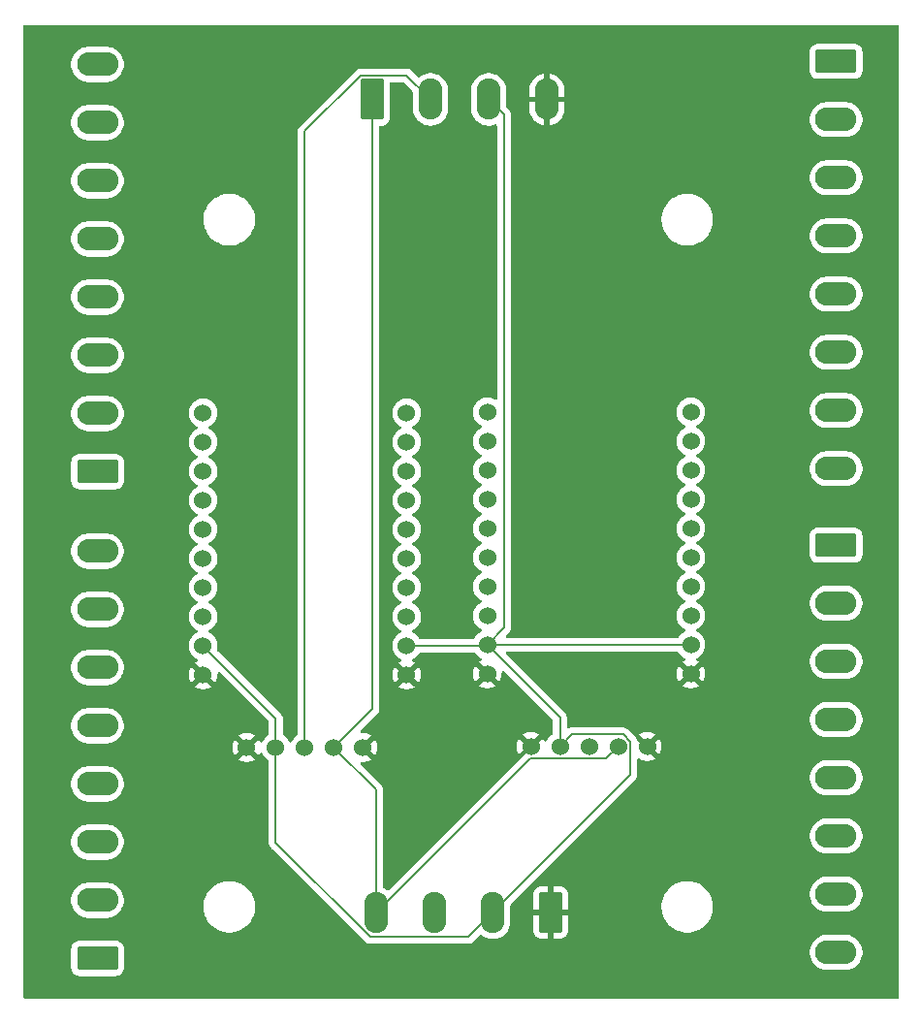
<source format=gbr>
%TF.GenerationSoftware,KiCad,Pcbnew,9.0.6*%
%TF.CreationDate,2026-02-03T15:59:12-08:00*%
%TF.ProjectId,PCF8575_Breakout,50434638-3537-4355-9f42-7265616b6f75,rev?*%
%TF.SameCoordinates,Original*%
%TF.FileFunction,Copper,L2,Bot*%
%TF.FilePolarity,Positive*%
%FSLAX46Y46*%
G04 Gerber Fmt 4.6, Leading zero omitted, Abs format (unit mm)*
G04 Created by KiCad (PCBNEW 9.0.6) date 2026-02-03 15:59:12*
%MOMM*%
%LPD*%
G01*
G04 APERTURE LIST*
G04 Aperture macros list*
%AMRoundRect*
0 Rectangle with rounded corners*
0 $1 Rounding radius*
0 $2 $3 $4 $5 $6 $7 $8 $9 X,Y pos of 4 corners*
0 Add a 4 corners polygon primitive as box body*
4,1,4,$2,$3,$4,$5,$6,$7,$8,$9,$2,$3,0*
0 Add four circle primitives for the rounded corners*
1,1,$1+$1,$2,$3*
1,1,$1+$1,$4,$5*
1,1,$1+$1,$6,$7*
1,1,$1+$1,$8,$9*
0 Add four rect primitives between the rounded corners*
20,1,$1+$1,$2,$3,$4,$5,0*
20,1,$1+$1,$4,$5,$6,$7,0*
20,1,$1+$1,$6,$7,$8,$9,0*
20,1,$1+$1,$8,$9,$2,$3,0*%
G04 Aperture macros list end*
%TA.AperFunction,ComponentPad*%
%ADD10C,1.530000*%
%TD*%
%TA.AperFunction,ComponentPad*%
%ADD11RoundRect,0.249999X-1.550001X0.790001X-1.550001X-0.790001X1.550001X-0.790001X1.550001X0.790001X0*%
%TD*%
%TA.AperFunction,ComponentPad*%
%ADD12O,3.600000X2.080000*%
%TD*%
%TA.AperFunction,ComponentPad*%
%ADD13RoundRect,0.249999X1.550001X-0.790001X1.550001X0.790001X-1.550001X0.790001X-1.550001X-0.790001X0*%
%TD*%
%TA.AperFunction,ComponentPad*%
%ADD14RoundRect,0.249999X-0.790001X-1.550001X0.790001X-1.550001X0.790001X1.550001X-0.790001X1.550001X0*%
%TD*%
%TA.AperFunction,ComponentPad*%
%ADD15O,2.080000X3.600000*%
%TD*%
%TA.AperFunction,ComponentPad*%
%ADD16RoundRect,0.249999X0.790001X1.550001X-0.790001X1.550001X-0.790001X-1.550001X0.790001X-1.550001X0*%
%TD*%
%TA.AperFunction,Conductor*%
%ADD17C,0.200000*%
%TD*%
G04 APERTURE END LIST*
D10*
%TO.P,U3,G1,GND*%
%TO.N,GND*%
X137530000Y-109650000D03*
%TO.P,U3,G2,GND*%
X141340000Y-116000000D03*
%TO.P,U3,G3,GND*%
X155310000Y-109650000D03*
%TO.P,U3,INT,INT*%
X151500000Y-116000000D03*
%TO.P,U3,P00,P00*%
%TO.N,Net-(J6-Pin_8)*%
X155310000Y-104570000D03*
%TO.P,U3,P01,P01*%
%TO.N,Net-(J6-Pin_7)*%
X155310000Y-102030000D03*
%TO.P,U3,P02,P02*%
%TO.N,Net-(J6-Pin_6)*%
X155310000Y-99490000D03*
%TO.P,U3,P03,P03*%
%TO.N,Net-(J6-Pin_5)*%
X155310000Y-96950000D03*
%TO.P,U3,P04,P04*%
%TO.N,Net-(J6-Pin_4)*%
X155310000Y-94410000D03*
%TO.P,U3,P05,P05*%
%TO.N,Net-(J6-Pin_3)*%
X155310000Y-91870000D03*
%TO.P,U3,P06,P06*%
%TO.N,Net-(J6-Pin_2)*%
X155310000Y-89330000D03*
%TO.P,U3,P07,P07*%
%TO.N,Net-(J6-Pin_1)*%
X155310000Y-86790000D03*
%TO.P,U3,P10,P10*%
%TO.N,Net-(J5-Pin_8)*%
X137530000Y-86790000D03*
%TO.P,U3,P11,P11*%
%TO.N,Net-(J5-Pin_7)*%
X137530000Y-89330000D03*
%TO.P,U3,P12,P12*%
%TO.N,Net-(J5-Pin_6)*%
X137530000Y-91870000D03*
%TO.P,U3,P13,P13*%
%TO.N,Net-(J5-Pin_5)*%
X137530000Y-94410000D03*
%TO.P,U3,P14,P14*%
%TO.N,Net-(J5-Pin_4)*%
X137530000Y-96950000D03*
%TO.P,U3,P15,P15*%
%TO.N,Net-(J5-Pin_3)*%
X137530000Y-99490000D03*
%TO.P,U3,P16,P16*%
%TO.N,Net-(J5-Pin_2)*%
X137530000Y-102030000D03*
%TO.P,U3,P17,P17*%
%TO.N,Net-(J5-Pin_1)*%
X137530000Y-104570000D03*
%TO.P,U3,SCL,SCL*%
%TO.N,Net-(J4-Pin_1)*%
X148960000Y-116000000D03*
%TO.P,U3,SDA,SDA*%
%TO.N,Net-(J4-Pin_2)*%
X146420000Y-116000000D03*
%TO.P,U3,VCC,VCC*%
%TO.N,+5V*%
X143880000Y-116000000D03*
%TO.P,U3,VD1,VDD*%
X137530000Y-107110000D03*
%TO.P,U3,VD2,VDD*%
X155310000Y-107110000D03*
%TD*%
D11*
%TO.P,J6,1,Pin_1*%
%TO.N,Net-(J6-Pin_1)*%
X168000000Y-98420000D03*
D12*
%TO.P,J6,2,Pin_2*%
%TO.N,Net-(J6-Pin_2)*%
X168000000Y-103500000D03*
%TO.P,J6,3,Pin_3*%
%TO.N,Net-(J6-Pin_3)*%
X168000000Y-108580000D03*
%TO.P,J6,4,Pin_4*%
%TO.N,Net-(J6-Pin_4)*%
X168000000Y-113660000D03*
%TO.P,J6,5,Pin_5*%
%TO.N,Net-(J6-Pin_5)*%
X168000000Y-118740000D03*
%TO.P,J6,6,Pin_6*%
%TO.N,Net-(J6-Pin_6)*%
X168000000Y-123820000D03*
%TO.P,J6,7,Pin_7*%
%TO.N,Net-(J6-Pin_7)*%
X168000000Y-128900000D03*
%TO.P,J6,8,Pin_8*%
%TO.N,Net-(J6-Pin_8)*%
X168000000Y-133980000D03*
%TD*%
D13*
%TO.P,J2,1,Pin_1*%
%TO.N,Net-(J2-Pin_1)*%
X103500000Y-134500000D03*
D12*
%TO.P,J2,2,Pin_2*%
%TO.N,Net-(J2-Pin_2)*%
X103500000Y-129420000D03*
%TO.P,J2,3,Pin_3*%
%TO.N,Net-(J2-Pin_3)*%
X103500000Y-124340000D03*
%TO.P,J2,4,Pin_4*%
%TO.N,Net-(J2-Pin_4)*%
X103500000Y-119260000D03*
%TO.P,J2,5,Pin_5*%
%TO.N,Net-(J2-Pin_5)*%
X103500000Y-114180000D03*
%TO.P,J2,6,Pin_6*%
%TO.N,Net-(J2-Pin_6)*%
X103500000Y-109100000D03*
%TO.P,J2,7,Pin_7*%
%TO.N,Net-(J2-Pin_7)*%
X103500000Y-104020000D03*
%TO.P,J2,8,Pin_8*%
%TO.N,Net-(J2-Pin_8)*%
X103500000Y-98940000D03*
%TD*%
D11*
%TO.P,J5,1,Pin_1*%
%TO.N,Net-(J5-Pin_1)*%
X168000000Y-56180000D03*
D12*
%TO.P,J5,2,Pin_2*%
%TO.N,Net-(J5-Pin_2)*%
X168000000Y-61260000D03*
%TO.P,J5,3,Pin_3*%
%TO.N,Net-(J5-Pin_3)*%
X168000000Y-66340000D03*
%TO.P,J5,4,Pin_4*%
%TO.N,Net-(J5-Pin_4)*%
X168000000Y-71420000D03*
%TO.P,J5,5,Pin_5*%
%TO.N,Net-(J5-Pin_5)*%
X168000000Y-76500000D03*
%TO.P,J5,6,Pin_6*%
%TO.N,Net-(J5-Pin_6)*%
X168000000Y-81580000D03*
%TO.P,J5,7,Pin_7*%
%TO.N,Net-(J5-Pin_7)*%
X168000000Y-86660000D03*
%TO.P,J5,8,Pin_8*%
%TO.N,Net-(J5-Pin_8)*%
X168000000Y-91740000D03*
%TD*%
D13*
%TO.P,J1,1,Pin_1*%
%TO.N,Net-(J1-Pin_1)*%
X103500000Y-92000000D03*
D12*
%TO.P,J1,2,Pin_2*%
%TO.N,Net-(J1-Pin_2)*%
X103500000Y-86920000D03*
%TO.P,J1,3,Pin_3*%
%TO.N,Net-(J1-Pin_3)*%
X103500000Y-81840000D03*
%TO.P,J1,4,Pin_4*%
%TO.N,Net-(J1-Pin_4)*%
X103500000Y-76760000D03*
%TO.P,J1,5,Pin_5*%
%TO.N,Net-(J1-Pin_5)*%
X103500000Y-71680000D03*
%TO.P,J1,6,Pin_6*%
%TO.N,Net-(J1-Pin_6)*%
X103500000Y-66600000D03*
%TO.P,J1,7,Pin_7*%
%TO.N,Net-(J1-Pin_7)*%
X103500000Y-61520000D03*
%TO.P,J1,8,Pin_8*%
%TO.N,Net-(J1-Pin_8)*%
X103500000Y-56440000D03*
%TD*%
D14*
%TO.P,J4,1,Pin_1*%
%TO.N,Net-(J4-Pin_1)*%
X127500000Y-59500000D03*
D15*
%TO.P,J4,2,Pin_2*%
%TO.N,Net-(J4-Pin_2)*%
X132580000Y-59500000D03*
%TO.P,J4,3,Pin_3*%
%TO.N,+5V*%
X137660000Y-59500000D03*
%TO.P,J4,4,Pin_4*%
%TO.N,GND*%
X142740000Y-59500000D03*
%TD*%
D10*
%TO.P,U1,G1,GND*%
%TO.N,GND*%
X112720000Y-109740000D03*
%TO.P,U1,G2,GND*%
X116530000Y-116090000D03*
%TO.P,U1,G3,GND*%
X130500000Y-109740000D03*
%TO.P,U1,INT,INT*%
X126690000Y-116090000D03*
%TO.P,U1,P00,P00*%
%TO.N,Net-(J2-Pin_1)*%
X130500000Y-104660000D03*
%TO.P,U1,P01,P01*%
%TO.N,Net-(J2-Pin_2)*%
X130500000Y-102120000D03*
%TO.P,U1,P02,P02*%
%TO.N,Net-(J2-Pin_3)*%
X130500000Y-99580000D03*
%TO.P,U1,P03,P03*%
%TO.N,Net-(J2-Pin_4)*%
X130500000Y-97040000D03*
%TO.P,U1,P04,P04*%
%TO.N,Net-(J2-Pin_5)*%
X130500000Y-94500000D03*
%TO.P,U1,P05,P05*%
%TO.N,Net-(J2-Pin_6)*%
X130500000Y-91960000D03*
%TO.P,U1,P06,P06*%
%TO.N,Net-(J2-Pin_7)*%
X130500000Y-89420000D03*
%TO.P,U1,P07,P07*%
%TO.N,Net-(J2-Pin_8)*%
X130500000Y-86880000D03*
%TO.P,U1,P10,P10*%
%TO.N,Net-(J1-Pin_1)*%
X112720000Y-86880000D03*
%TO.P,U1,P11,P11*%
%TO.N,Net-(J1-Pin_2)*%
X112720000Y-89420000D03*
%TO.P,U1,P12,P12*%
%TO.N,Net-(J1-Pin_3)*%
X112720000Y-91960000D03*
%TO.P,U1,P13,P13*%
%TO.N,Net-(J1-Pin_4)*%
X112720000Y-94500000D03*
%TO.P,U1,P14,P14*%
%TO.N,Net-(J1-Pin_5)*%
X112720000Y-97040000D03*
%TO.P,U1,P15,P15*%
%TO.N,Net-(J1-Pin_6)*%
X112720000Y-99580000D03*
%TO.P,U1,P16,P16*%
%TO.N,Net-(J1-Pin_7)*%
X112720000Y-102120000D03*
%TO.P,U1,P17,P17*%
%TO.N,Net-(J1-Pin_8)*%
X112720000Y-104660000D03*
%TO.P,U1,SCL,SCL*%
%TO.N,Net-(J4-Pin_1)*%
X124150000Y-116090000D03*
%TO.P,U1,SDA,SDA*%
%TO.N,Net-(J4-Pin_2)*%
X121610000Y-116090000D03*
%TO.P,U1,VCC,VCC*%
%TO.N,+5V*%
X119070000Y-116090000D03*
%TO.P,U1,VD1,VDD*%
X112720000Y-107200000D03*
%TO.P,U1,VD2,VDD*%
X130500000Y-107200000D03*
%TD*%
D16*
%TO.P,J8,1,Pin_1*%
%TO.N,GND*%
X143080000Y-130500000D03*
D15*
%TO.P,J8,2,Pin_2*%
%TO.N,+5V*%
X138000000Y-130500000D03*
%TO.P,J8,3,Pin_3*%
%TO.N,Net-(J4-Pin_2)*%
X132920000Y-130500000D03*
%TO.P,J8,4,Pin_4*%
%TO.N,Net-(J4-Pin_1)*%
X127840000Y-130500000D03*
%TD*%
D17*
%TO.N,Net-(J4-Pin_1)*%
X147894000Y-117066000D02*
X148960000Y-116000000D01*
X127500000Y-59500000D02*
X127500000Y-112740000D01*
X127840000Y-130500000D02*
X141274000Y-117066000D01*
X127500000Y-112740000D02*
X124150000Y-116090000D01*
X127840000Y-119780000D02*
X124150000Y-116090000D01*
X141274000Y-117066000D02*
X147894000Y-117066000D01*
X127840000Y-130500000D02*
X127840000Y-119780000D01*
%TO.N,Net-(J4-Pin_2)*%
X130479000Y-57399000D02*
X132580000Y-59500000D01*
X121610000Y-62263840D02*
X126474840Y-57399000D01*
X126474840Y-57399000D02*
X130479000Y-57399000D01*
X121610000Y-116090000D02*
X121610000Y-62263840D01*
%TO.N,+5V*%
X137530000Y-107110000D02*
X143880000Y-113460000D01*
X155310000Y-107110000D02*
X137530000Y-107110000D01*
X139000000Y-105640000D02*
X137530000Y-107110000D01*
X119070000Y-124386460D02*
X119070000Y-116090000D01*
X138000000Y-130500000D02*
X135899000Y-132601000D01*
X119070000Y-113550000D02*
X112720000Y-107200000D01*
X144946000Y-114934000D02*
X143880000Y-116000000D01*
X130500000Y-107200000D02*
X137440000Y-107200000D01*
X150026000Y-115558448D02*
X149401552Y-114934000D01*
X149401552Y-114934000D02*
X144946000Y-114934000D01*
X138420000Y-130500000D02*
X138507552Y-130500000D01*
X137660000Y-59500000D02*
X139000000Y-60840000D01*
X119070000Y-116090000D02*
X119070000Y-113550000D01*
X150026000Y-118474000D02*
X150026000Y-115558448D01*
X138000000Y-130500000D02*
X150026000Y-118474000D01*
X143880000Y-113460000D02*
X143880000Y-116000000D01*
X127284540Y-132601000D02*
X119070000Y-124386460D01*
X137440000Y-107200000D02*
X137530000Y-107110000D01*
X135899000Y-132601000D02*
X127284540Y-132601000D01*
X139000000Y-60840000D02*
X139000000Y-105640000D01*
%TD*%
%TA.AperFunction,Conductor*%
%TO.N,GND*%
G36*
X173442539Y-53020185D02*
G01*
X173488294Y-53072989D01*
X173499500Y-53124500D01*
X173499500Y-137875500D01*
X173479815Y-137942539D01*
X173427011Y-137988294D01*
X173375500Y-137999500D01*
X97124500Y-137999500D01*
X97057461Y-137979815D01*
X97011706Y-137927011D01*
X97000500Y-137875500D01*
X97000500Y-133659982D01*
X101199500Y-133659982D01*
X101199500Y-135340017D01*
X101210000Y-135442796D01*
X101210001Y-135442798D01*
X101265186Y-135609335D01*
X101357288Y-135758656D01*
X101481344Y-135882712D01*
X101630665Y-135974814D01*
X101797202Y-136029999D01*
X101899990Y-136040500D01*
X101899995Y-136040500D01*
X105100005Y-136040500D01*
X105100010Y-136040500D01*
X105202798Y-136029999D01*
X105369335Y-135974814D01*
X105518656Y-135882712D01*
X105642712Y-135758656D01*
X105734814Y-135609335D01*
X105789999Y-135442798D01*
X105800500Y-135340010D01*
X105800500Y-133858754D01*
X165699500Y-133858754D01*
X165699500Y-134101245D01*
X165737432Y-134340736D01*
X165812360Y-134571344D01*
X165922448Y-134787401D01*
X166064966Y-134983562D01*
X166064970Y-134983567D01*
X166236432Y-135155029D01*
X166236437Y-135155033D01*
X166407539Y-135279345D01*
X166432602Y-135297554D01*
X166648653Y-135407638D01*
X166648655Y-135407639D01*
X166756859Y-135442796D01*
X166879265Y-135482568D01*
X166990186Y-135500136D01*
X167118755Y-135520500D01*
X167118760Y-135520500D01*
X168881245Y-135520500D01*
X168997347Y-135502110D01*
X169120735Y-135482568D01*
X169351347Y-135407638D01*
X169567398Y-135297554D01*
X169763569Y-135155028D01*
X169935028Y-134983569D01*
X170077554Y-134787398D01*
X170187638Y-134571347D01*
X170262568Y-134340735D01*
X170282110Y-134217347D01*
X170300500Y-134101245D01*
X170300500Y-133858754D01*
X170269018Y-133659990D01*
X170262568Y-133619265D01*
X170225103Y-133503959D01*
X170187639Y-133388655D01*
X170187638Y-133388653D01*
X170077554Y-133172602D01*
X170037366Y-133117288D01*
X169935033Y-132976437D01*
X169935029Y-132976432D01*
X169763567Y-132804970D01*
X169763562Y-132804966D01*
X169567401Y-132662448D01*
X169567400Y-132662447D01*
X169567398Y-132662446D01*
X169400783Y-132577551D01*
X169351344Y-132552360D01*
X169120736Y-132477432D01*
X168881245Y-132439500D01*
X168881240Y-132439500D01*
X167118760Y-132439500D01*
X167118755Y-132439500D01*
X166879263Y-132477432D01*
X166648655Y-132552360D01*
X166432598Y-132662448D01*
X166236437Y-132804966D01*
X166236432Y-132804970D01*
X166064970Y-132976432D01*
X166064966Y-132976437D01*
X165922448Y-133172598D01*
X165812360Y-133388655D01*
X165737432Y-133619263D01*
X165699500Y-133858754D01*
X105800500Y-133858754D01*
X105800500Y-133659990D01*
X105789999Y-133557202D01*
X105734814Y-133390665D01*
X105642712Y-133241344D01*
X105518656Y-133117288D01*
X105369335Y-133025186D01*
X105202798Y-132970001D01*
X105202796Y-132970000D01*
X105100017Y-132959500D01*
X105100010Y-132959500D01*
X101899990Y-132959500D01*
X101899982Y-132959500D01*
X101797203Y-132970000D01*
X101797202Y-132970001D01*
X101714669Y-132997349D01*
X101630667Y-133025185D01*
X101630662Y-133025187D01*
X101481342Y-133117289D01*
X101357289Y-133241342D01*
X101265187Y-133390662D01*
X101265186Y-133390665D01*
X101210001Y-133557202D01*
X101210001Y-133557203D01*
X101210000Y-133557203D01*
X101199500Y-133659982D01*
X97000500Y-133659982D01*
X97000500Y-129298754D01*
X101199500Y-129298754D01*
X101199500Y-129541245D01*
X101237432Y-129780736D01*
X101312360Y-130011344D01*
X101344809Y-130075028D01*
X101417430Y-130217554D01*
X101422448Y-130227401D01*
X101564966Y-130423562D01*
X101564970Y-130423567D01*
X101736432Y-130595029D01*
X101736437Y-130595033D01*
X101816033Y-130652862D01*
X101932602Y-130737554D01*
X102117126Y-130831574D01*
X102148655Y-130847639D01*
X102263959Y-130885103D01*
X102379265Y-130922568D01*
X102490186Y-130940136D01*
X102618755Y-130960500D01*
X102618760Y-130960500D01*
X104381245Y-130960500D01*
X104497347Y-130942110D01*
X104620735Y-130922568D01*
X104851347Y-130847638D01*
X105067398Y-130737554D01*
X105263569Y-130595028D01*
X105435028Y-130423569D01*
X105577554Y-130227398D01*
X105687638Y-130011347D01*
X105722658Y-129903567D01*
X105739255Y-129852486D01*
X112749500Y-129852486D01*
X112749500Y-130147513D01*
X112773215Y-130327638D01*
X112788007Y-130439993D01*
X112829550Y-130595033D01*
X112864361Y-130724951D01*
X112864364Y-130724961D01*
X112977254Y-130997500D01*
X112977258Y-130997510D01*
X113124761Y-131252993D01*
X113304352Y-131487040D01*
X113304358Y-131487047D01*
X113512952Y-131695641D01*
X113512959Y-131695647D01*
X113747006Y-131875238D01*
X114002489Y-132022741D01*
X114002490Y-132022741D01*
X114002493Y-132022743D01*
X114275048Y-132135639D01*
X114560007Y-132211993D01*
X114852494Y-132250500D01*
X114852501Y-132250500D01*
X115147499Y-132250500D01*
X115147506Y-132250500D01*
X115439993Y-132211993D01*
X115724952Y-132135639D01*
X115997507Y-132022743D01*
X116252994Y-131875238D01*
X116487042Y-131695646D01*
X116695646Y-131487042D01*
X116875238Y-131252994D01*
X117022743Y-130997507D01*
X117135639Y-130724952D01*
X117211993Y-130439993D01*
X117250500Y-130147506D01*
X117250500Y-129852494D01*
X117211993Y-129560007D01*
X117135639Y-129275048D01*
X117022743Y-129002493D01*
X116963576Y-128900013D01*
X116875238Y-128747006D01*
X116695647Y-128512959D01*
X116695641Y-128512952D01*
X116487047Y-128304358D01*
X116487040Y-128304352D01*
X116252993Y-128124761D01*
X115997510Y-127977258D01*
X115997500Y-127977254D01*
X115724961Y-127864364D01*
X115724954Y-127864362D01*
X115724952Y-127864361D01*
X115439993Y-127788007D01*
X115391113Y-127781571D01*
X115147513Y-127749500D01*
X115147506Y-127749500D01*
X114852494Y-127749500D01*
X114852486Y-127749500D01*
X114574085Y-127786153D01*
X114560007Y-127788007D01*
X114275048Y-127864361D01*
X114275038Y-127864364D01*
X114002499Y-127977254D01*
X114002489Y-127977258D01*
X113747006Y-128124761D01*
X113512959Y-128304352D01*
X113512952Y-128304358D01*
X113304358Y-128512952D01*
X113304352Y-128512959D01*
X113124761Y-128747006D01*
X112977258Y-129002489D01*
X112977254Y-129002499D01*
X112864364Y-129275038D01*
X112864361Y-129275048D01*
X112788008Y-129560004D01*
X112788006Y-129560015D01*
X112749500Y-129852486D01*
X105739255Y-129852486D01*
X105753022Y-129810117D01*
X105753022Y-129810116D01*
X105762567Y-129780738D01*
X105762566Y-129780738D01*
X105762568Y-129780735D01*
X105788223Y-129618754D01*
X105800500Y-129541245D01*
X105800500Y-129298754D01*
X105776726Y-129148655D01*
X105762568Y-129059265D01*
X105687638Y-128828653D01*
X105577554Y-128612602D01*
X105542949Y-128564972D01*
X105435033Y-128416437D01*
X105435029Y-128416432D01*
X105263567Y-128244970D01*
X105263562Y-128244966D01*
X105067401Y-128102448D01*
X105067400Y-128102447D01*
X105067398Y-128102446D01*
X104959372Y-128047404D01*
X104851344Y-127992360D01*
X104620736Y-127917432D01*
X104381245Y-127879500D01*
X104381240Y-127879500D01*
X102618760Y-127879500D01*
X102618755Y-127879500D01*
X102379263Y-127917432D01*
X102148655Y-127992360D01*
X101932598Y-128102448D01*
X101736437Y-128244966D01*
X101736432Y-128244970D01*
X101564970Y-128416432D01*
X101564966Y-128416437D01*
X101422448Y-128612598D01*
X101312360Y-128828655D01*
X101237432Y-129059263D01*
X101199500Y-129298754D01*
X97000500Y-129298754D01*
X97000500Y-124218754D01*
X101199500Y-124218754D01*
X101199500Y-124461245D01*
X101237432Y-124700736D01*
X101312360Y-124931344D01*
X101312362Y-124931347D01*
X101417430Y-125137554D01*
X101422448Y-125147401D01*
X101564966Y-125343562D01*
X101564970Y-125343567D01*
X101736432Y-125515029D01*
X101736437Y-125515033D01*
X101907539Y-125639345D01*
X101932602Y-125657554D01*
X102148653Y-125767638D01*
X102148655Y-125767639D01*
X102263959Y-125805103D01*
X102379265Y-125842568D01*
X102490186Y-125860136D01*
X102618755Y-125880500D01*
X102618760Y-125880500D01*
X104381245Y-125880500D01*
X104497347Y-125862110D01*
X104620735Y-125842568D01*
X104851347Y-125767638D01*
X105067398Y-125657554D01*
X105263569Y-125515028D01*
X105435028Y-125343569D01*
X105577554Y-125147398D01*
X105687638Y-124931347D01*
X105762568Y-124700735D01*
X105799823Y-124465517D01*
X105800500Y-124461245D01*
X105800500Y-124218754D01*
X105778432Y-124079431D01*
X105762568Y-123979265D01*
X105687638Y-123748653D01*
X105577554Y-123532602D01*
X105524270Y-123459263D01*
X105435033Y-123336437D01*
X105435029Y-123336432D01*
X105263567Y-123164970D01*
X105263562Y-123164966D01*
X105067401Y-123022448D01*
X105067400Y-123022447D01*
X105067398Y-123022446D01*
X104959372Y-122967404D01*
X104851344Y-122912360D01*
X104620736Y-122837432D01*
X104381245Y-122799500D01*
X104381240Y-122799500D01*
X102618760Y-122799500D01*
X102618755Y-122799500D01*
X102379263Y-122837432D01*
X102148655Y-122912360D01*
X101932598Y-123022448D01*
X101736437Y-123164966D01*
X101736432Y-123164970D01*
X101564970Y-123336432D01*
X101564966Y-123336437D01*
X101422448Y-123532598D01*
X101312360Y-123748655D01*
X101237432Y-123979263D01*
X101199500Y-124218754D01*
X97000500Y-124218754D01*
X97000500Y-119138754D01*
X101199500Y-119138754D01*
X101199500Y-119381245D01*
X101237432Y-119620736D01*
X101312360Y-119851344D01*
X101344809Y-119915028D01*
X101417430Y-120057554D01*
X101422448Y-120067401D01*
X101564966Y-120263562D01*
X101564970Y-120263567D01*
X101736432Y-120435029D01*
X101736437Y-120435033D01*
X101907539Y-120559345D01*
X101932602Y-120577554D01*
X102148653Y-120687638D01*
X102148655Y-120687639D01*
X102263959Y-120725103D01*
X102379265Y-120762568D01*
X102490186Y-120780136D01*
X102618755Y-120800500D01*
X102618760Y-120800500D01*
X104381245Y-120800500D01*
X104497347Y-120782110D01*
X104620735Y-120762568D01*
X104851347Y-120687638D01*
X105067398Y-120577554D01*
X105263569Y-120435028D01*
X105435028Y-120263569D01*
X105577554Y-120067398D01*
X105687638Y-119851347D01*
X105762568Y-119620735D01*
X105782110Y-119497347D01*
X105800500Y-119381245D01*
X105800500Y-119138754D01*
X105772936Y-118964726D01*
X105762568Y-118899265D01*
X105719020Y-118765238D01*
X105687639Y-118668655D01*
X105640675Y-118576484D01*
X105577554Y-118452602D01*
X105559345Y-118427539D01*
X105435033Y-118256437D01*
X105435029Y-118256432D01*
X105263567Y-118084970D01*
X105263562Y-118084966D01*
X105067401Y-117942448D01*
X105067400Y-117942447D01*
X105067398Y-117942446D01*
X104959372Y-117887404D01*
X104851344Y-117832360D01*
X104620736Y-117757432D01*
X104381245Y-117719500D01*
X104381240Y-117719500D01*
X102618760Y-117719500D01*
X102618755Y-117719500D01*
X102379263Y-117757432D01*
X102148655Y-117832360D01*
X101932598Y-117942448D01*
X101736437Y-118084966D01*
X101736432Y-118084970D01*
X101564970Y-118256432D01*
X101564966Y-118256437D01*
X101422448Y-118452598D01*
X101312360Y-118668655D01*
X101237432Y-118899263D01*
X101199500Y-119138754D01*
X97000500Y-119138754D01*
X97000500Y-114058754D01*
X101199500Y-114058754D01*
X101199500Y-114301245D01*
X101237432Y-114540736D01*
X101312360Y-114771344D01*
X101344809Y-114835028D01*
X101417430Y-114977554D01*
X101422448Y-114987401D01*
X101564966Y-115183562D01*
X101564970Y-115183567D01*
X101736432Y-115355029D01*
X101736437Y-115355033D01*
X101835484Y-115426994D01*
X101932602Y-115497554D01*
X102094411Y-115580000D01*
X102148655Y-115607639D01*
X102240584Y-115637508D01*
X102379265Y-115682568D01*
X102490186Y-115700136D01*
X102618755Y-115720500D01*
X102618760Y-115720500D01*
X104381245Y-115720500D01*
X104497347Y-115702110D01*
X104620735Y-115682568D01*
X104851347Y-115607638D01*
X105067398Y-115497554D01*
X105263569Y-115355028D01*
X105435028Y-115183569D01*
X105509887Y-115080534D01*
X105561166Y-115009955D01*
X105561166Y-115009954D01*
X105564427Y-115005466D01*
X105577554Y-114987398D01*
X105687638Y-114771347D01*
X105762568Y-114540735D01*
X105784546Y-114401972D01*
X105800500Y-114301245D01*
X105800500Y-114058754D01*
X105767451Y-113850097D01*
X105762568Y-113819265D01*
X105687638Y-113588653D01*
X105577554Y-113372602D01*
X105538038Y-113318212D01*
X105435033Y-113176437D01*
X105435029Y-113176432D01*
X105263567Y-113004970D01*
X105263562Y-113004966D01*
X105067401Y-112862448D01*
X105067400Y-112862447D01*
X105067398Y-112862446D01*
X104959372Y-112807404D01*
X104851344Y-112752360D01*
X104620736Y-112677432D01*
X104381245Y-112639500D01*
X104381240Y-112639500D01*
X102618760Y-112639500D01*
X102618755Y-112639500D01*
X102379263Y-112677432D01*
X102148655Y-112752360D01*
X101932598Y-112862448D01*
X101736437Y-113004966D01*
X101736432Y-113004970D01*
X101564970Y-113176432D01*
X101564966Y-113176437D01*
X101422448Y-113372598D01*
X101312360Y-113588655D01*
X101237432Y-113819263D01*
X101199500Y-114058754D01*
X97000500Y-114058754D01*
X97000500Y-108978754D01*
X101199500Y-108978754D01*
X101199500Y-109221245D01*
X101237432Y-109460736D01*
X101312360Y-109691344D01*
X101344809Y-109755028D01*
X101417430Y-109897554D01*
X101422448Y-109907401D01*
X101564966Y-110103562D01*
X101564970Y-110103567D01*
X101736432Y-110275029D01*
X101736437Y-110275033D01*
X101907539Y-110399345D01*
X101932602Y-110417554D01*
X102148653Y-110527638D01*
X102148655Y-110527639D01*
X102263959Y-110565103D01*
X102379265Y-110602568D01*
X102490186Y-110620136D01*
X102618755Y-110640500D01*
X102618760Y-110640500D01*
X104381245Y-110640500D01*
X104481096Y-110624685D01*
X104534379Y-110616245D01*
X104620735Y-110602568D01*
X104851347Y-110527638D01*
X105067398Y-110417554D01*
X105263569Y-110275028D01*
X105435028Y-110103569D01*
X105577554Y-109907398D01*
X105687638Y-109691347D01*
X105693646Y-109672857D01*
X105718212Y-109597252D01*
X105748147Y-109505119D01*
X105762568Y-109460735D01*
X105793608Y-109264755D01*
X105800500Y-109221245D01*
X105800500Y-108978754D01*
X105778432Y-108839431D01*
X105762568Y-108739265D01*
X105725103Y-108623959D01*
X105687639Y-108508655D01*
X105687638Y-108508653D01*
X105577554Y-108292602D01*
X105504719Y-108192353D01*
X105435033Y-108096437D01*
X105435029Y-108096432D01*
X105263567Y-107924970D01*
X105263562Y-107924966D01*
X105067401Y-107782448D01*
X105067400Y-107782447D01*
X105067398Y-107782446D01*
X104926197Y-107710500D01*
X104851344Y-107672360D01*
X104620736Y-107597432D01*
X104381245Y-107559500D01*
X104381240Y-107559500D01*
X102618760Y-107559500D01*
X102618755Y-107559500D01*
X102379263Y-107597432D01*
X102148655Y-107672360D01*
X101932598Y-107782448D01*
X101736437Y-107924966D01*
X101736432Y-107924970D01*
X101564970Y-108096432D01*
X101564966Y-108096437D01*
X101422448Y-108292598D01*
X101312360Y-108508655D01*
X101237432Y-108739263D01*
X101199500Y-108978754D01*
X97000500Y-108978754D01*
X97000500Y-103898754D01*
X101199500Y-103898754D01*
X101199500Y-104141245D01*
X101237432Y-104380736D01*
X101312360Y-104611344D01*
X101312362Y-104611347D01*
X101417430Y-104817554D01*
X101422448Y-104827401D01*
X101564966Y-105023562D01*
X101564970Y-105023567D01*
X101736432Y-105195029D01*
X101736437Y-105195033D01*
X101789061Y-105233266D01*
X101932602Y-105337554D01*
X102148653Y-105447638D01*
X102148655Y-105447639D01*
X102261851Y-105484418D01*
X102379265Y-105522568D01*
X102490186Y-105540136D01*
X102618755Y-105560500D01*
X102618760Y-105560500D01*
X104381245Y-105560500D01*
X104497347Y-105542110D01*
X104620735Y-105522568D01*
X104851347Y-105447638D01*
X105067398Y-105337554D01*
X105263569Y-105195028D01*
X105435028Y-105023569D01*
X105577554Y-104827398D01*
X105687638Y-104611347D01*
X105762568Y-104380735D01*
X105795277Y-104174219D01*
X105800500Y-104141245D01*
X105800500Y-103898754D01*
X105776239Y-103745579D01*
X105762568Y-103659265D01*
X105706666Y-103487215D01*
X105687639Y-103428655D01*
X105640256Y-103335661D01*
X105577554Y-103212602D01*
X105504719Y-103112353D01*
X105435033Y-103016437D01*
X105435029Y-103016432D01*
X105263567Y-102844970D01*
X105263562Y-102844966D01*
X105067401Y-102702448D01*
X105067400Y-102702447D01*
X105067398Y-102702446D01*
X104959372Y-102647404D01*
X104851344Y-102592360D01*
X104620736Y-102517432D01*
X104381245Y-102479500D01*
X104381240Y-102479500D01*
X102618760Y-102479500D01*
X102618755Y-102479500D01*
X102379263Y-102517432D01*
X102148655Y-102592360D01*
X101932598Y-102702448D01*
X101736437Y-102844966D01*
X101736432Y-102844970D01*
X101564970Y-103016432D01*
X101564966Y-103016437D01*
X101422448Y-103212598D01*
X101312360Y-103428655D01*
X101237432Y-103659263D01*
X101199500Y-103898754D01*
X97000500Y-103898754D01*
X97000500Y-98818754D01*
X101199500Y-98818754D01*
X101199500Y-99061245D01*
X101237432Y-99300736D01*
X101312360Y-99531344D01*
X101422448Y-99747401D01*
X101564966Y-99943562D01*
X101564970Y-99943567D01*
X101736432Y-100115029D01*
X101736437Y-100115033D01*
X101789061Y-100153266D01*
X101932602Y-100257554D01*
X102148653Y-100367638D01*
X102148655Y-100367639D01*
X102261851Y-100404418D01*
X102379265Y-100442568D01*
X102490186Y-100460136D01*
X102618755Y-100480500D01*
X102618760Y-100480500D01*
X104381245Y-100480500D01*
X104497347Y-100462110D01*
X104620735Y-100442568D01*
X104851347Y-100367638D01*
X105067398Y-100257554D01*
X105263569Y-100115028D01*
X105435028Y-99943569D01*
X105577554Y-99747398D01*
X105687638Y-99531347D01*
X105762568Y-99300735D01*
X105795277Y-99094219D01*
X105800500Y-99061245D01*
X105800500Y-98818754D01*
X105776239Y-98665579D01*
X105762568Y-98579265D01*
X105687638Y-98348653D01*
X105577554Y-98132602D01*
X105504719Y-98032353D01*
X105435033Y-97936437D01*
X105435029Y-97936432D01*
X105263567Y-97764970D01*
X105263562Y-97764966D01*
X105067401Y-97622448D01*
X105067400Y-97622447D01*
X105067398Y-97622446D01*
X104959372Y-97567404D01*
X104851344Y-97512360D01*
X104620736Y-97437432D01*
X104381245Y-97399500D01*
X104381240Y-97399500D01*
X102618760Y-97399500D01*
X102618755Y-97399500D01*
X102379263Y-97437432D01*
X102148655Y-97512360D01*
X101932598Y-97622448D01*
X101736437Y-97764966D01*
X101736432Y-97764970D01*
X101564970Y-97936432D01*
X101564966Y-97936437D01*
X101422448Y-98132598D01*
X101312360Y-98348655D01*
X101237432Y-98579263D01*
X101199500Y-98818754D01*
X97000500Y-98818754D01*
X97000500Y-91159982D01*
X101199500Y-91159982D01*
X101199500Y-92840017D01*
X101210000Y-92942796D01*
X101210001Y-92942798D01*
X101265186Y-93109335D01*
X101357288Y-93258656D01*
X101481344Y-93382712D01*
X101630665Y-93474814D01*
X101797202Y-93529999D01*
X101899990Y-93540500D01*
X101899995Y-93540500D01*
X105100005Y-93540500D01*
X105100010Y-93540500D01*
X105202798Y-93529999D01*
X105369335Y-93474814D01*
X105518656Y-93382712D01*
X105642712Y-93258656D01*
X105734814Y-93109335D01*
X105789999Y-92942798D01*
X105800500Y-92840010D01*
X105800500Y-91159990D01*
X105789999Y-91057202D01*
X105734814Y-90890665D01*
X105642712Y-90741344D01*
X105518656Y-90617288D01*
X105389283Y-90537490D01*
X105369337Y-90525187D01*
X105369332Y-90525185D01*
X105301733Y-90502785D01*
X105202798Y-90470001D01*
X105202796Y-90470000D01*
X105100017Y-90459500D01*
X105100010Y-90459500D01*
X101899990Y-90459500D01*
X101899982Y-90459500D01*
X101797203Y-90470000D01*
X101797202Y-90470001D01*
X101738313Y-90489515D01*
X101630667Y-90525185D01*
X101630662Y-90525187D01*
X101481342Y-90617289D01*
X101357289Y-90741342D01*
X101265187Y-90890662D01*
X101265186Y-90890665D01*
X101210001Y-91057202D01*
X101210001Y-91057203D01*
X101210000Y-91057203D01*
X101199500Y-91159982D01*
X97000500Y-91159982D01*
X97000500Y-86798754D01*
X101199500Y-86798754D01*
X101199500Y-87041245D01*
X101237432Y-87280736D01*
X101312360Y-87511344D01*
X101364880Y-87614418D01*
X101389923Y-87663569D01*
X101422448Y-87727401D01*
X101564966Y-87923562D01*
X101564970Y-87923567D01*
X101736432Y-88095029D01*
X101736437Y-88095033D01*
X101829392Y-88162568D01*
X101932602Y-88237554D01*
X102129045Y-88337647D01*
X102148655Y-88347639D01*
X102201260Y-88364731D01*
X102379265Y-88422568D01*
X102490186Y-88440136D01*
X102618755Y-88460500D01*
X102618760Y-88460500D01*
X104381245Y-88460500D01*
X104497347Y-88442110D01*
X104620735Y-88422568D01*
X104851347Y-88347638D01*
X105067398Y-88237554D01*
X105263569Y-88095028D01*
X105435028Y-87923569D01*
X105577554Y-87727398D01*
X105687638Y-87511347D01*
X105762568Y-87280735D01*
X105782110Y-87157347D01*
X105800500Y-87041245D01*
X105800500Y-86798755D01*
X105799894Y-86794930D01*
X105799894Y-86794929D01*
X105797593Y-86780403D01*
X111454500Y-86780403D01*
X111454500Y-86979596D01*
X111485661Y-87176340D01*
X111485661Y-87176343D01*
X111547213Y-87365780D01*
X111547215Y-87365783D01*
X111637647Y-87543266D01*
X111754731Y-87704418D01*
X111895582Y-87845269D01*
X112056734Y-87962353D01*
X112125694Y-87997490D01*
X112208172Y-88039515D01*
X112258968Y-88087490D01*
X112275763Y-88155311D01*
X112253225Y-88221446D01*
X112208172Y-88260485D01*
X112056733Y-88337647D01*
X112019456Y-88364731D01*
X111895582Y-88454731D01*
X111895580Y-88454733D01*
X111895579Y-88454733D01*
X111754733Y-88595579D01*
X111754733Y-88595580D01*
X111754731Y-88595582D01*
X111704447Y-88664790D01*
X111637647Y-88756733D01*
X111547213Y-88934219D01*
X111485661Y-89123656D01*
X111485661Y-89123659D01*
X111454500Y-89320403D01*
X111454500Y-89519596D01*
X111485661Y-89716340D01*
X111485661Y-89716343D01*
X111547213Y-89905780D01*
X111547215Y-89905783D01*
X111637647Y-90083266D01*
X111754731Y-90244418D01*
X111895582Y-90385269D01*
X112056734Y-90502353D01*
X112125694Y-90537490D01*
X112208172Y-90579515D01*
X112258968Y-90627490D01*
X112275763Y-90695311D01*
X112253225Y-90761446D01*
X112208172Y-90800485D01*
X112056733Y-90877647D01*
X111981095Y-90932602D01*
X111895582Y-90994731D01*
X111895580Y-90994733D01*
X111895579Y-90994733D01*
X111754733Y-91135579D01*
X111754733Y-91135580D01*
X111754731Y-91135582D01*
X111736998Y-91159990D01*
X111637647Y-91296733D01*
X111547213Y-91474219D01*
X111485661Y-91663656D01*
X111485661Y-91663659D01*
X111454500Y-91860403D01*
X111454500Y-92059596D01*
X111485661Y-92256340D01*
X111485661Y-92256343D01*
X111547213Y-92445780D01*
X111547215Y-92445783D01*
X111637647Y-92623266D01*
X111754731Y-92784418D01*
X111895582Y-92925269D01*
X112056734Y-93042353D01*
X112125694Y-93077490D01*
X112208172Y-93119515D01*
X112258968Y-93167490D01*
X112275763Y-93235311D01*
X112253225Y-93301446D01*
X112208172Y-93340485D01*
X112056733Y-93417647D01*
X111964790Y-93484447D01*
X111895582Y-93534731D01*
X111895580Y-93534733D01*
X111895579Y-93534733D01*
X111754733Y-93675579D01*
X111754733Y-93675580D01*
X111754731Y-93675582D01*
X111704447Y-93744790D01*
X111637647Y-93836733D01*
X111547213Y-94014219D01*
X111485661Y-94203656D01*
X111485661Y-94203659D01*
X111454500Y-94400403D01*
X111454500Y-94599596D01*
X111485661Y-94796340D01*
X111485661Y-94796343D01*
X111547213Y-94985780D01*
X111547215Y-94985783D01*
X111637647Y-95163266D01*
X111754731Y-95324418D01*
X111895582Y-95465269D01*
X112056734Y-95582353D01*
X112125694Y-95617490D01*
X112208172Y-95659515D01*
X112258968Y-95707490D01*
X112275763Y-95775311D01*
X112253225Y-95841446D01*
X112208172Y-95880485D01*
X112056733Y-95957647D01*
X112019456Y-95984731D01*
X111895582Y-96074731D01*
X111895580Y-96074733D01*
X111895579Y-96074733D01*
X111754733Y-96215579D01*
X111754733Y-96215580D01*
X111754731Y-96215582D01*
X111704447Y-96284790D01*
X111637647Y-96376733D01*
X111547213Y-96554219D01*
X111485661Y-96743656D01*
X111485661Y-96743659D01*
X111485661Y-96743661D01*
X111454500Y-96940403D01*
X111454500Y-97139597D01*
X111470080Y-97237968D01*
X111485661Y-97336340D01*
X111485661Y-97336343D01*
X111547213Y-97525780D01*
X111574837Y-97579995D01*
X111637647Y-97703266D01*
X111754731Y-97864418D01*
X111895582Y-98005269D01*
X112056734Y-98122353D01*
X112125694Y-98157490D01*
X112208172Y-98199515D01*
X112258968Y-98247490D01*
X112275763Y-98315311D01*
X112253225Y-98381446D01*
X112208172Y-98420485D01*
X112056733Y-98497647D01*
X112019456Y-98524731D01*
X111895582Y-98614731D01*
X111895580Y-98614733D01*
X111895579Y-98614733D01*
X111754733Y-98755579D01*
X111754733Y-98755580D01*
X111754731Y-98755582D01*
X111708834Y-98818754D01*
X111637647Y-98916733D01*
X111547213Y-99094219D01*
X111485661Y-99283656D01*
X111485661Y-99283659D01*
X111454500Y-99480403D01*
X111454500Y-99679596D01*
X111485661Y-99876340D01*
X111485661Y-99876343D01*
X111547213Y-100065780D01*
X111572307Y-100115029D01*
X111637647Y-100243266D01*
X111754731Y-100404418D01*
X111895582Y-100545269D01*
X112056734Y-100662353D01*
X112125694Y-100697490D01*
X112208172Y-100739515D01*
X112258968Y-100787490D01*
X112275763Y-100855311D01*
X112253225Y-100921446D01*
X112208172Y-100960485D01*
X112056733Y-101037647D01*
X112019456Y-101064731D01*
X111895582Y-101154731D01*
X111895580Y-101154733D01*
X111895579Y-101154733D01*
X111754733Y-101295579D01*
X111754733Y-101295580D01*
X111754731Y-101295582D01*
X111704447Y-101364790D01*
X111637647Y-101456733D01*
X111547213Y-101634219D01*
X111485661Y-101823656D01*
X111485661Y-101823659D01*
X111454500Y-102020403D01*
X111454500Y-102219596D01*
X111485661Y-102416340D01*
X111485661Y-102416343D01*
X111547213Y-102605780D01*
X111547215Y-102605783D01*
X111637647Y-102783266D01*
X111754731Y-102944418D01*
X111895582Y-103085269D01*
X112056734Y-103202353D01*
X112125694Y-103237490D01*
X112208172Y-103279515D01*
X112258968Y-103327490D01*
X112275763Y-103395311D01*
X112253225Y-103461446D01*
X112208172Y-103500485D01*
X112056733Y-103577647D01*
X111964790Y-103644447D01*
X111895582Y-103694731D01*
X111895580Y-103694733D01*
X111895579Y-103694733D01*
X111754733Y-103835579D01*
X111754733Y-103835580D01*
X111754731Y-103835582D01*
X111736456Y-103860736D01*
X111637647Y-103996733D01*
X111547213Y-104174219D01*
X111485661Y-104363656D01*
X111485661Y-104363659D01*
X111454500Y-104560403D01*
X111454500Y-104759596D01*
X111485661Y-104956340D01*
X111485661Y-104956343D01*
X111547213Y-105145780D01*
X111572307Y-105195029D01*
X111637647Y-105323266D01*
X111754731Y-105484418D01*
X111895582Y-105625269D01*
X112056734Y-105742353D01*
X112125694Y-105777490D01*
X112208172Y-105819515D01*
X112258968Y-105867490D01*
X112275763Y-105935311D01*
X112253225Y-106001446D01*
X112208172Y-106040485D01*
X112056733Y-106117647D01*
X112019456Y-106144731D01*
X111895582Y-106234731D01*
X111895580Y-106234733D01*
X111895579Y-106234733D01*
X111754733Y-106375579D01*
X111754733Y-106375580D01*
X111754731Y-106375582D01*
X111726024Y-106415094D01*
X111637647Y-106536733D01*
X111547213Y-106714219D01*
X111485661Y-106903656D01*
X111485661Y-106903659D01*
X111454500Y-107100403D01*
X111454500Y-107299596D01*
X111485661Y-107496340D01*
X111485661Y-107496343D01*
X111547213Y-107685780D01*
X111635834Y-107859707D01*
X111637647Y-107863266D01*
X111754731Y-108024418D01*
X111895582Y-108165269D01*
X112056734Y-108282353D01*
X112146909Y-108328299D01*
X112208722Y-108359795D01*
X112259518Y-108407770D01*
X112276313Y-108475591D01*
X112253776Y-108541726D01*
X112208723Y-108580764D01*
X112056993Y-108658075D01*
X112019135Y-108685580D01*
X112019135Y-108685581D01*
X112582425Y-109248871D01*
X112523147Y-109264755D01*
X112406853Y-109331898D01*
X112311898Y-109426853D01*
X112244755Y-109543147D01*
X112228871Y-109602425D01*
X111665581Y-109039135D01*
X111665580Y-109039135D01*
X111638077Y-109076990D01*
X111547679Y-109254405D01*
X111486147Y-109443777D01*
X111455000Y-109640436D01*
X111455000Y-109839563D01*
X111486147Y-110036222D01*
X111547679Y-110225594D01*
X111638077Y-110403008D01*
X111665580Y-110440863D01*
X111665581Y-110440864D01*
X112228871Y-109877574D01*
X112244755Y-109936853D01*
X112311898Y-110053147D01*
X112406853Y-110148102D01*
X112523147Y-110215245D01*
X112582425Y-110231128D01*
X112019134Y-110794417D01*
X112056994Y-110821924D01*
X112234405Y-110912320D01*
X112423777Y-110973852D01*
X112620437Y-111005000D01*
X112819563Y-111005000D01*
X113016222Y-110973852D01*
X113205594Y-110912320D01*
X113383005Y-110821924D01*
X113420863Y-110794418D01*
X113420863Y-110794417D01*
X112857574Y-110231128D01*
X112916853Y-110215245D01*
X113033147Y-110148102D01*
X113128102Y-110053147D01*
X113195245Y-109936853D01*
X113211128Y-109877574D01*
X113774417Y-110440863D01*
X113774418Y-110440863D01*
X113801924Y-110403005D01*
X113892320Y-110225594D01*
X113953852Y-110036222D01*
X113985000Y-109839563D01*
X113985000Y-109640437D01*
X113983312Y-109629781D01*
X113992266Y-109560488D01*
X114037262Y-109507035D01*
X114104013Y-109486395D01*
X114171327Y-109505119D01*
X114193466Y-109522701D01*
X118433181Y-113762416D01*
X118466666Y-113823739D01*
X118469500Y-113850097D01*
X118469500Y-114899740D01*
X118449815Y-114966779D01*
X118410293Y-115005466D01*
X118406733Y-115007647D01*
X118368286Y-115035581D01*
X118245582Y-115124731D01*
X118245580Y-115124733D01*
X118245579Y-115124733D01*
X118104733Y-115265579D01*
X118104733Y-115265580D01*
X118104731Y-115265582D01*
X118080354Y-115299134D01*
X117987645Y-115426735D01*
X117910203Y-115578723D01*
X117862229Y-115629518D01*
X117794408Y-115646313D01*
X117728273Y-115623775D01*
X117689234Y-115578722D01*
X117611924Y-115426994D01*
X117584417Y-115389135D01*
X117584417Y-115389134D01*
X117021128Y-115952424D01*
X117005245Y-115893147D01*
X116938102Y-115776853D01*
X116843147Y-115681898D01*
X116726853Y-115614755D01*
X116667574Y-115598871D01*
X117230864Y-115035581D01*
X117230863Y-115035580D01*
X117193008Y-115008077D01*
X117015594Y-114917679D01*
X116826222Y-114856147D01*
X116629563Y-114825000D01*
X116430437Y-114825000D01*
X116233777Y-114856147D01*
X116044405Y-114917679D01*
X115866990Y-115008077D01*
X115829135Y-115035580D01*
X115829135Y-115035581D01*
X116392425Y-115598871D01*
X116333147Y-115614755D01*
X116216853Y-115681898D01*
X116121898Y-115776853D01*
X116054755Y-115893147D01*
X116038871Y-115952425D01*
X115475581Y-115389135D01*
X115475580Y-115389135D01*
X115448077Y-115426990D01*
X115357679Y-115604405D01*
X115296147Y-115793777D01*
X115265000Y-115990436D01*
X115265000Y-116189563D01*
X115296147Y-116386222D01*
X115357679Y-116575594D01*
X115448077Y-116753008D01*
X115475580Y-116790863D01*
X115475581Y-116790864D01*
X116038871Y-116227574D01*
X116054755Y-116286853D01*
X116121898Y-116403147D01*
X116216853Y-116498102D01*
X116333147Y-116565245D01*
X116392425Y-116581128D01*
X115829134Y-117144417D01*
X115866994Y-117171924D01*
X116044405Y-117262320D01*
X116233777Y-117323852D01*
X116430437Y-117355000D01*
X116629563Y-117355000D01*
X116826222Y-117323852D01*
X117015594Y-117262320D01*
X117193005Y-117171924D01*
X117230863Y-117144418D01*
X117230863Y-117144417D01*
X116667574Y-116581128D01*
X116726853Y-116565245D01*
X116843147Y-116498102D01*
X116938102Y-116403147D01*
X117005245Y-116286853D01*
X117021128Y-116227574D01*
X117584417Y-116790863D01*
X117584418Y-116790863D01*
X117611924Y-116753005D01*
X117689234Y-116601277D01*
X117737208Y-116550481D01*
X117805029Y-116533686D01*
X117871164Y-116556223D01*
X117910204Y-116601277D01*
X117960946Y-116700863D01*
X117987647Y-116753266D01*
X118104731Y-116914418D01*
X118245582Y-117055269D01*
X118406734Y-117172353D01*
X118406744Y-117172358D01*
X118410273Y-117174520D01*
X118457157Y-117226325D01*
X118469500Y-117280258D01*
X118469500Y-124299790D01*
X118469499Y-124299808D01*
X118469499Y-124465516D01*
X118510422Y-124618243D01*
X118512083Y-124621120D01*
X118512082Y-124621120D01*
X118512086Y-124621125D01*
X118589477Y-124755172D01*
X118589481Y-124755177D01*
X118708349Y-124874045D01*
X118708355Y-124874050D01*
X126799679Y-132965374D01*
X126799689Y-132965385D01*
X126804019Y-132969715D01*
X126804020Y-132969716D01*
X126915824Y-133081520D01*
X126977777Y-133117288D01*
X127052755Y-133160577D01*
X127205483Y-133201501D01*
X127205486Y-133201501D01*
X127371193Y-133201501D01*
X127371209Y-133201500D01*
X135812331Y-133201500D01*
X135812347Y-133201501D01*
X135819943Y-133201501D01*
X135978054Y-133201501D01*
X135978057Y-133201501D01*
X136130785Y-133160577D01*
X136205763Y-133117288D01*
X136267716Y-133081520D01*
X136379520Y-132969716D01*
X136379520Y-132969714D01*
X136389724Y-132959511D01*
X136389727Y-132959506D01*
X136873921Y-132475312D01*
X136935243Y-132441829D01*
X137004935Y-132446813D01*
X137034486Y-132462677D01*
X137111106Y-132518344D01*
X137192602Y-132577554D01*
X137408653Y-132687638D01*
X137408655Y-132687639D01*
X137523959Y-132725103D01*
X137639265Y-132762568D01*
X137750186Y-132780136D01*
X137878755Y-132800500D01*
X137878760Y-132800500D01*
X138121245Y-132800500D01*
X138237347Y-132782110D01*
X138360735Y-132762568D01*
X138591347Y-132687638D01*
X138807398Y-132577554D01*
X139003569Y-132435028D01*
X139175028Y-132263569D01*
X139317554Y-132067398D01*
X139427638Y-131851347D01*
X139502568Y-131620735D01*
X139523743Y-131487040D01*
X139540500Y-131381245D01*
X139540500Y-129860096D01*
X139560185Y-129793057D01*
X139576814Y-129772420D01*
X140449221Y-128900013D01*
X141540000Y-128900013D01*
X141540000Y-130250000D01*
X142425879Y-130250000D01*
X142406901Y-130295818D01*
X142380000Y-130431056D01*
X142380000Y-130568944D01*
X142406901Y-130704182D01*
X142425879Y-130750000D01*
X141540001Y-130750000D01*
X141540001Y-132099986D01*
X141550494Y-132202696D01*
X141550494Y-132202698D01*
X141605640Y-132369119D01*
X141605645Y-132369130D01*
X141697680Y-132518340D01*
X141697683Y-132518344D01*
X141821655Y-132642316D01*
X141821659Y-132642319D01*
X141970869Y-132734354D01*
X141970880Y-132734359D01*
X142137302Y-132789505D01*
X142240019Y-132799999D01*
X142829999Y-132799999D01*
X142830000Y-132799998D01*
X142830000Y-131154120D01*
X142875818Y-131173099D01*
X143011056Y-131200000D01*
X143148944Y-131200000D01*
X143284182Y-131173099D01*
X143330000Y-131154120D01*
X143330000Y-132799999D01*
X143919972Y-132799999D01*
X143919986Y-132799998D01*
X144022696Y-132789505D01*
X144022698Y-132789505D01*
X144189119Y-132734359D01*
X144189130Y-132734354D01*
X144338340Y-132642319D01*
X144338344Y-132642316D01*
X144462316Y-132518344D01*
X144462319Y-132518340D01*
X144554354Y-132369130D01*
X144554359Y-132369119D01*
X144609505Y-132202697D01*
X144619999Y-132099986D01*
X144620000Y-132099973D01*
X144620000Y-130750000D01*
X143734121Y-130750000D01*
X143753099Y-130704182D01*
X143780000Y-130568944D01*
X143780000Y-130431056D01*
X143753099Y-130295818D01*
X143734121Y-130250000D01*
X144619999Y-130250000D01*
X144619999Y-129852486D01*
X152749500Y-129852486D01*
X152749500Y-130147513D01*
X152773215Y-130327638D01*
X152788007Y-130439993D01*
X152829550Y-130595033D01*
X152864361Y-130724951D01*
X152864364Y-130724961D01*
X152977254Y-130997500D01*
X152977258Y-130997510D01*
X153124761Y-131252993D01*
X153304352Y-131487040D01*
X153304358Y-131487047D01*
X153512952Y-131695641D01*
X153512959Y-131695647D01*
X153747006Y-131875238D01*
X154002489Y-132022741D01*
X154002490Y-132022741D01*
X154002493Y-132022743D01*
X154275048Y-132135639D01*
X154560007Y-132211993D01*
X154852494Y-132250500D01*
X154852501Y-132250500D01*
X155147499Y-132250500D01*
X155147506Y-132250500D01*
X155439993Y-132211993D01*
X155724952Y-132135639D01*
X155997507Y-132022743D01*
X156252994Y-131875238D01*
X156487042Y-131695646D01*
X156695646Y-131487042D01*
X156875238Y-131252994D01*
X157022743Y-130997507D01*
X157135639Y-130724952D01*
X157211993Y-130439993D01*
X157250500Y-130147506D01*
X157250500Y-129852494D01*
X157211993Y-129560007D01*
X157135639Y-129275048D01*
X157022743Y-129002493D01*
X156963576Y-128900013D01*
X156926554Y-128835888D01*
X156893568Y-128778754D01*
X165699500Y-128778754D01*
X165699500Y-129021245D01*
X165737432Y-129260736D01*
X165812360Y-129491344D01*
X165847346Y-129560007D01*
X165877282Y-129618760D01*
X165922448Y-129707401D01*
X166064966Y-129903562D01*
X166064970Y-129903567D01*
X166236432Y-130075029D01*
X166236437Y-130075033D01*
X166336198Y-130147513D01*
X166432602Y-130217554D01*
X166648653Y-130327638D01*
X166648655Y-130327639D01*
X166763959Y-130365103D01*
X166879265Y-130402568D01*
X166990186Y-130420136D01*
X167118755Y-130440500D01*
X167118760Y-130440500D01*
X168881245Y-130440500D01*
X168997347Y-130422110D01*
X169120735Y-130402568D01*
X169351347Y-130327638D01*
X169567398Y-130217554D01*
X169763569Y-130075028D01*
X169935028Y-129903569D01*
X170077554Y-129707398D01*
X170187638Y-129491347D01*
X170262568Y-129260735D01*
X170282110Y-129137347D01*
X170300500Y-129021245D01*
X170300500Y-128778754D01*
X170277078Y-128630880D01*
X170262568Y-128539265D01*
X170201567Y-128351521D01*
X170187639Y-128308655D01*
X170185448Y-128304354D01*
X170077554Y-128092602D01*
X169993752Y-127977258D01*
X169935033Y-127896437D01*
X169935029Y-127896432D01*
X169763567Y-127724970D01*
X169763562Y-127724966D01*
X169567401Y-127582448D01*
X169567400Y-127582447D01*
X169567398Y-127582446D01*
X169459372Y-127527404D01*
X169351344Y-127472360D01*
X169120736Y-127397432D01*
X168881245Y-127359500D01*
X168881240Y-127359500D01*
X167118760Y-127359500D01*
X167118755Y-127359500D01*
X166879263Y-127397432D01*
X166648655Y-127472360D01*
X166432598Y-127582448D01*
X166236437Y-127724966D01*
X166236432Y-127724970D01*
X166064970Y-127896432D01*
X166064966Y-127896437D01*
X165922448Y-128092598D01*
X165812360Y-128308655D01*
X165737432Y-128539263D01*
X165699500Y-128778754D01*
X156893568Y-128778754D01*
X156875238Y-128747006D01*
X156695647Y-128512959D01*
X156695641Y-128512952D01*
X156487047Y-128304358D01*
X156487040Y-128304352D01*
X156252993Y-128124761D01*
X155997510Y-127977258D01*
X155997500Y-127977254D01*
X155724961Y-127864364D01*
X155724954Y-127864362D01*
X155724952Y-127864361D01*
X155439993Y-127788007D01*
X155391113Y-127781571D01*
X155147513Y-127749500D01*
X155147506Y-127749500D01*
X154852494Y-127749500D01*
X154852486Y-127749500D01*
X154574085Y-127786153D01*
X154560007Y-127788007D01*
X154275048Y-127864361D01*
X154275038Y-127864364D01*
X154002499Y-127977254D01*
X154002489Y-127977258D01*
X153747006Y-128124761D01*
X153512959Y-128304352D01*
X153512952Y-128304358D01*
X153304358Y-128512952D01*
X153304352Y-128512959D01*
X153124761Y-128747006D01*
X152977258Y-129002489D01*
X152977254Y-129002499D01*
X152864364Y-129275038D01*
X152864361Y-129275048D01*
X152788008Y-129560004D01*
X152788006Y-129560015D01*
X152749500Y-129852486D01*
X144619999Y-129852486D01*
X144619999Y-128900028D01*
X144619998Y-128900013D01*
X144609505Y-128797303D01*
X144609505Y-128797301D01*
X144554359Y-128630880D01*
X144554354Y-128630869D01*
X144462319Y-128481659D01*
X144462316Y-128481655D01*
X144338344Y-128357683D01*
X144338340Y-128357680D01*
X144189130Y-128265645D01*
X144189119Y-128265640D01*
X144022697Y-128210494D01*
X143919986Y-128200000D01*
X143330000Y-128200000D01*
X143330000Y-129845879D01*
X143284182Y-129826901D01*
X143148944Y-129800000D01*
X143011056Y-129800000D01*
X142875818Y-129826901D01*
X142830000Y-129845879D01*
X142830000Y-128200000D01*
X142240028Y-128200000D01*
X142240012Y-128200001D01*
X142137303Y-128210494D01*
X142137301Y-128210494D01*
X141970880Y-128265640D01*
X141970869Y-128265645D01*
X141821659Y-128357680D01*
X141821655Y-128357683D01*
X141697683Y-128481655D01*
X141697680Y-128481659D01*
X141605645Y-128630869D01*
X141605640Y-128630880D01*
X141550494Y-128797302D01*
X141540000Y-128900013D01*
X140449221Y-128900013D01*
X145650480Y-123698754D01*
X165699500Y-123698754D01*
X165699500Y-123941245D01*
X165737432Y-124180736D01*
X165812360Y-124411344D01*
X165839963Y-124465517D01*
X165919247Y-124621120D01*
X165922448Y-124627401D01*
X166064966Y-124823562D01*
X166064970Y-124823567D01*
X166236432Y-124995029D01*
X166236437Y-124995033D01*
X166407539Y-125119345D01*
X166432602Y-125137554D01*
X166648653Y-125247638D01*
X166648655Y-125247639D01*
X166763959Y-125285103D01*
X166879265Y-125322568D01*
X166990186Y-125340136D01*
X167118755Y-125360500D01*
X167118760Y-125360500D01*
X168881245Y-125360500D01*
X168997347Y-125342110D01*
X169120735Y-125322568D01*
X169351347Y-125247638D01*
X169567398Y-125137554D01*
X169763569Y-124995028D01*
X169935028Y-124823569D01*
X170077554Y-124627398D01*
X170187638Y-124411347D01*
X170262568Y-124180735D01*
X170282110Y-124057347D01*
X170300500Y-123941245D01*
X170300500Y-123698754D01*
X170274183Y-123532598D01*
X170262568Y-123459265D01*
X170187638Y-123228653D01*
X170077554Y-123012602D01*
X170004724Y-122912360D01*
X169935033Y-122816437D01*
X169935029Y-122816432D01*
X169763567Y-122644970D01*
X169763562Y-122644966D01*
X169567401Y-122502448D01*
X169567400Y-122502447D01*
X169567398Y-122502446D01*
X169459372Y-122447404D01*
X169351344Y-122392360D01*
X169120736Y-122317432D01*
X168881245Y-122279500D01*
X168881240Y-122279500D01*
X167118760Y-122279500D01*
X167118755Y-122279500D01*
X166879263Y-122317432D01*
X166648655Y-122392360D01*
X166432598Y-122502448D01*
X166236437Y-122644966D01*
X166236432Y-122644970D01*
X166064970Y-122816432D01*
X166064966Y-122816437D01*
X165922448Y-123012598D01*
X165812360Y-123228655D01*
X165737432Y-123459263D01*
X165699500Y-123698754D01*
X145650480Y-123698754D01*
X150394713Y-118954521D01*
X150394716Y-118954520D01*
X150506520Y-118842716D01*
X150556639Y-118755904D01*
X150585577Y-118705785D01*
X150608897Y-118618754D01*
X165699500Y-118618754D01*
X165699500Y-118861245D01*
X165737432Y-119100736D01*
X165812360Y-119331344D01*
X165922448Y-119547401D01*
X166064966Y-119743562D01*
X166064970Y-119743567D01*
X166236432Y-119915029D01*
X166236437Y-119915033D01*
X166342947Y-119992416D01*
X166432602Y-120057554D01*
X166648653Y-120167638D01*
X166648655Y-120167639D01*
X166763959Y-120205103D01*
X166879265Y-120242568D01*
X166990186Y-120260136D01*
X167118755Y-120280500D01*
X167118760Y-120280500D01*
X168881245Y-120280500D01*
X168997347Y-120262110D01*
X169120735Y-120242568D01*
X169351347Y-120167638D01*
X169567398Y-120057554D01*
X169763569Y-119915028D01*
X169935028Y-119743569D01*
X170077554Y-119547398D01*
X170187638Y-119331347D01*
X170262568Y-119100735D01*
X170285726Y-118954520D01*
X170300500Y-118861245D01*
X170300500Y-118618754D01*
X170265051Y-118394943D01*
X170262568Y-118379265D01*
X170187638Y-118148653D01*
X170077554Y-117932602D01*
X170004724Y-117832360D01*
X169935033Y-117736437D01*
X169935029Y-117736432D01*
X169763567Y-117564970D01*
X169763562Y-117564966D01*
X169567401Y-117422448D01*
X169567400Y-117422447D01*
X169567398Y-117422446D01*
X169459372Y-117367404D01*
X169351344Y-117312360D01*
X169120736Y-117237432D01*
X168881245Y-117199500D01*
X168881240Y-117199500D01*
X167118760Y-117199500D01*
X167118755Y-117199500D01*
X166879263Y-117237432D01*
X166648655Y-117312360D01*
X166432598Y-117422448D01*
X166236437Y-117564966D01*
X166236432Y-117564970D01*
X166064970Y-117736432D01*
X166064966Y-117736437D01*
X165922448Y-117932598D01*
X165812360Y-118148655D01*
X165737432Y-118379263D01*
X165699500Y-118618754D01*
X150608897Y-118618754D01*
X150626500Y-118553058D01*
X150626500Y-118394943D01*
X150626500Y-117172355D01*
X150646185Y-117105316D01*
X150698989Y-117059561D01*
X150768147Y-117049617D01*
X150823387Y-117072038D01*
X150836993Y-117081924D01*
X151014405Y-117172320D01*
X151203777Y-117233852D01*
X151400437Y-117265000D01*
X151599563Y-117265000D01*
X151796222Y-117233852D01*
X151985594Y-117172320D01*
X152163005Y-117081924D01*
X152200863Y-117054418D01*
X152200863Y-117054417D01*
X151637574Y-116491128D01*
X151696853Y-116475245D01*
X151813147Y-116408102D01*
X151908102Y-116313147D01*
X151975245Y-116196853D01*
X151991128Y-116137574D01*
X152554417Y-116700863D01*
X152554418Y-116700863D01*
X152581924Y-116663005D01*
X152672320Y-116485594D01*
X152733852Y-116296222D01*
X152765000Y-116099563D01*
X152765000Y-115900436D01*
X152733852Y-115703777D01*
X152672320Y-115514405D01*
X152581924Y-115336994D01*
X152554417Y-115299135D01*
X152554417Y-115299134D01*
X151991128Y-115862424D01*
X151975245Y-115803147D01*
X151908102Y-115686853D01*
X151813147Y-115591898D01*
X151696853Y-115524755D01*
X151637574Y-115508871D01*
X152200864Y-114945581D01*
X152200863Y-114945580D01*
X152163008Y-114918077D01*
X151985594Y-114827679D01*
X151796222Y-114766147D01*
X151599563Y-114735000D01*
X151400437Y-114735000D01*
X151203777Y-114766147D01*
X151014405Y-114827679D01*
X150836990Y-114918077D01*
X150799135Y-114945580D01*
X150799135Y-114945581D01*
X151362425Y-115508871D01*
X151303147Y-115524755D01*
X151186853Y-115591898D01*
X151091898Y-115686853D01*
X151024755Y-115803147D01*
X151008871Y-115862425D01*
X150650237Y-115503791D01*
X150644249Y-115494416D01*
X150638235Y-115489861D01*
X150628661Y-115470011D01*
X150621494Y-115458790D01*
X150619586Y-115453587D01*
X150585577Y-115326663D01*
X150556639Y-115276543D01*
X150506520Y-115189732D01*
X150394716Y-115077928D01*
X150394713Y-115077926D01*
X150390384Y-115073597D01*
X150390383Y-115073595D01*
X150390374Y-115073587D01*
X149889142Y-114572355D01*
X149889140Y-114572352D01*
X149770269Y-114453481D01*
X149770268Y-114453480D01*
X149683456Y-114403360D01*
X149683456Y-114403359D01*
X149683452Y-114403358D01*
X149633337Y-114374423D01*
X149480609Y-114333499D01*
X149322495Y-114333499D01*
X149314899Y-114333499D01*
X149314883Y-114333500D01*
X145032670Y-114333500D01*
X145032654Y-114333499D01*
X145025058Y-114333499D01*
X144866943Y-114333499D01*
X144765125Y-114360781D01*
X144714215Y-114374423D01*
X144666499Y-114401972D01*
X144598598Y-114418443D01*
X144532572Y-114395591D01*
X144489382Y-114340669D01*
X144480500Y-114294584D01*
X144480500Y-113538754D01*
X165699500Y-113538754D01*
X165699500Y-113781245D01*
X165737432Y-114020736D01*
X165812360Y-114251344D01*
X165812362Y-114251347D01*
X165915354Y-114453480D01*
X165922448Y-114467401D01*
X166064966Y-114663562D01*
X166064970Y-114663567D01*
X166236432Y-114835029D01*
X166236437Y-114835033D01*
X166388593Y-114945580D01*
X166432602Y-114977554D01*
X166621092Y-115073595D01*
X166648655Y-115087639D01*
X166762814Y-115124731D01*
X166879265Y-115162568D01*
X166990186Y-115180136D01*
X167118755Y-115200500D01*
X167118760Y-115200500D01*
X168881245Y-115200500D01*
X168997347Y-115182110D01*
X169120735Y-115162568D01*
X169351347Y-115087638D01*
X169567398Y-114977554D01*
X169763569Y-114835028D01*
X169935028Y-114663569D01*
X170077554Y-114467398D01*
X170187638Y-114251347D01*
X170262568Y-114020735D01*
X170282110Y-113897347D01*
X170300500Y-113781245D01*
X170300500Y-113538754D01*
X170265569Y-113318215D01*
X170262568Y-113299265D01*
X170194992Y-113091286D01*
X170187639Y-113068655D01*
X170185853Y-113065149D01*
X170077554Y-112852602D01*
X170004724Y-112752360D01*
X169935033Y-112656437D01*
X169935029Y-112656432D01*
X169763567Y-112484970D01*
X169763562Y-112484966D01*
X169567401Y-112342448D01*
X169567400Y-112342447D01*
X169567398Y-112342446D01*
X169459372Y-112287404D01*
X169351344Y-112232360D01*
X169120736Y-112157432D01*
X168881245Y-112119500D01*
X168881240Y-112119500D01*
X167118760Y-112119500D01*
X167118755Y-112119500D01*
X166879263Y-112157432D01*
X166648655Y-112232360D01*
X166432598Y-112342448D01*
X166236437Y-112484966D01*
X166236432Y-112484970D01*
X166064970Y-112656432D01*
X166064966Y-112656437D01*
X165922448Y-112852598D01*
X165812360Y-113068655D01*
X165737432Y-113299263D01*
X165699500Y-113538754D01*
X144480500Y-113538754D01*
X144480500Y-113380945D01*
X144480500Y-113380943D01*
X144458698Y-113299577D01*
X144439577Y-113228215D01*
X144396290Y-113153240D01*
X144360520Y-113091284D01*
X144248716Y-112979480D01*
X144248715Y-112979479D01*
X144244385Y-112975149D01*
X144244374Y-112975139D01*
X139191416Y-107922181D01*
X139157931Y-107860858D01*
X139162915Y-107791166D01*
X139204787Y-107735233D01*
X139270251Y-107710816D01*
X139279097Y-107710500D01*
X154119740Y-107710500D01*
X154186779Y-107730185D01*
X154225466Y-107769707D01*
X154227647Y-107773266D01*
X154344731Y-107934418D01*
X154485582Y-108075269D01*
X154646734Y-108192353D01*
X154699548Y-108219263D01*
X154798722Y-108269795D01*
X154849518Y-108317770D01*
X154866313Y-108385591D01*
X154843776Y-108451726D01*
X154798723Y-108490764D01*
X154646993Y-108568075D01*
X154609135Y-108595580D01*
X154609135Y-108595581D01*
X155172425Y-109158871D01*
X155113147Y-109174755D01*
X154996853Y-109241898D01*
X154901898Y-109336853D01*
X154834755Y-109453147D01*
X154818871Y-109512425D01*
X154255581Y-108949135D01*
X154255580Y-108949135D01*
X154228077Y-108986990D01*
X154137679Y-109164405D01*
X154076147Y-109353777D01*
X154045000Y-109550436D01*
X154045000Y-109749563D01*
X154076147Y-109946222D01*
X154137679Y-110135594D01*
X154228077Y-110313008D01*
X154255580Y-110350863D01*
X154255581Y-110350864D01*
X154818871Y-109787574D01*
X154834755Y-109846853D01*
X154901898Y-109963147D01*
X154996853Y-110058102D01*
X155113147Y-110125245D01*
X155172425Y-110141128D01*
X154609134Y-110704417D01*
X154646994Y-110731924D01*
X154824405Y-110822320D01*
X155013777Y-110883852D01*
X155210437Y-110915000D01*
X155409563Y-110915000D01*
X155606222Y-110883852D01*
X155795594Y-110822320D01*
X155973005Y-110731924D01*
X156010863Y-110704418D01*
X156010863Y-110704417D01*
X155447574Y-110141128D01*
X155506853Y-110125245D01*
X155623147Y-110058102D01*
X155718102Y-109963147D01*
X155785245Y-109846853D01*
X155801128Y-109787574D01*
X156364417Y-110350863D01*
X156364418Y-110350863D01*
X156391924Y-110313005D01*
X156482320Y-110135594D01*
X156543852Y-109946222D01*
X156575000Y-109749563D01*
X156575000Y-109550436D01*
X156543852Y-109353777D01*
X156482320Y-109164405D01*
X156391924Y-108986994D01*
X156364417Y-108949135D01*
X156364417Y-108949134D01*
X155801128Y-109512424D01*
X155785245Y-109453147D01*
X155718102Y-109336853D01*
X155623147Y-109241898D01*
X155506853Y-109174755D01*
X155447574Y-109158871D01*
X156010864Y-108595581D01*
X156010863Y-108595580D01*
X155973006Y-108568075D01*
X155965740Y-108564373D01*
X155965739Y-108564373D01*
X155821277Y-108490765D01*
X155787384Y-108458754D01*
X165699500Y-108458754D01*
X165699500Y-108701245D01*
X165737432Y-108940736D01*
X165812360Y-109171344D01*
X165922448Y-109387401D01*
X166064966Y-109583562D01*
X166064970Y-109583567D01*
X166236432Y-109755029D01*
X166236437Y-109755033D01*
X166308161Y-109807143D01*
X166432602Y-109897554D01*
X166640638Y-110003554D01*
X166648655Y-110007639D01*
X166736626Y-110036222D01*
X166879265Y-110082568D01*
X166990186Y-110100136D01*
X167118755Y-110120500D01*
X167118760Y-110120500D01*
X168881245Y-110120500D01*
X168997347Y-110102110D01*
X169120735Y-110082568D01*
X169351347Y-110007638D01*
X169567398Y-109897554D01*
X169763569Y-109755028D01*
X169935028Y-109583569D01*
X170077554Y-109387398D01*
X170187638Y-109171347D01*
X170262568Y-108940735D01*
X170282110Y-108817347D01*
X170300500Y-108701245D01*
X170300500Y-108458754D01*
X170274183Y-108292598D01*
X170262568Y-108219265D01*
X170215780Y-108075266D01*
X170187639Y-107988655D01*
X170160004Y-107934418D01*
X170077554Y-107772602D01*
X170032664Y-107710816D01*
X169935033Y-107576437D01*
X169935029Y-107576432D01*
X169763567Y-107404970D01*
X169763562Y-107404966D01*
X169567401Y-107262448D01*
X169567400Y-107262447D01*
X169567398Y-107262446D01*
X169459372Y-107207404D01*
X169351344Y-107152360D01*
X169120736Y-107077432D01*
X168881245Y-107039500D01*
X168881240Y-107039500D01*
X167118760Y-107039500D01*
X167118755Y-107039500D01*
X166879263Y-107077432D01*
X166648655Y-107152360D01*
X166432598Y-107262448D01*
X166236437Y-107404966D01*
X166236432Y-107404970D01*
X166064970Y-107576432D01*
X166064966Y-107576437D01*
X165922448Y-107772598D01*
X165812360Y-107988655D01*
X165737432Y-108219263D01*
X165699500Y-108458754D01*
X155787384Y-108458754D01*
X155770481Y-108442790D01*
X155753686Y-108374969D01*
X155776224Y-108308834D01*
X155821277Y-108269795D01*
X155973266Y-108192353D01*
X156134418Y-108075269D01*
X156275269Y-107934418D01*
X156392353Y-107773266D01*
X156482785Y-107595783D01*
X156544339Y-107406339D01*
X156575500Y-107209597D01*
X156575500Y-107010403D01*
X156544339Y-106813661D01*
X156544338Y-106813657D01*
X156544338Y-106813656D01*
X156482786Y-106624219D01*
X156470191Y-106599500D01*
X156392353Y-106446734D01*
X156275269Y-106285582D01*
X156134418Y-106144731D01*
X155973266Y-106027647D01*
X155904306Y-105992510D01*
X155821827Y-105950485D01*
X155771031Y-105902510D01*
X155754236Y-105834689D01*
X155776773Y-105768554D01*
X155821827Y-105729515D01*
X155861428Y-105709337D01*
X155973266Y-105652353D01*
X156134418Y-105535269D01*
X156275269Y-105394418D01*
X156392353Y-105233266D01*
X156482785Y-105055783D01*
X156515096Y-104956339D01*
X156544338Y-104866343D01*
X156544338Y-104866342D01*
X156544339Y-104866339D01*
X156575500Y-104669597D01*
X156575500Y-104470403D01*
X156544339Y-104273661D01*
X156544338Y-104273657D01*
X156544338Y-104273656D01*
X156482786Y-104084219D01*
X156438210Y-103996734D01*
X156392353Y-103906734D01*
X156275269Y-103745582D01*
X156134418Y-103604731D01*
X156053842Y-103546189D01*
X155973264Y-103487645D01*
X155966841Y-103484373D01*
X155966840Y-103484373D01*
X155921843Y-103461446D01*
X155856656Y-103428231D01*
X155821827Y-103410485D01*
X155788230Y-103378754D01*
X165699500Y-103378754D01*
X165699500Y-103621245D01*
X165737432Y-103860736D01*
X165812360Y-104091344D01*
X165922448Y-104307401D01*
X166064966Y-104503562D01*
X166064970Y-104503567D01*
X166236432Y-104675029D01*
X166236437Y-104675033D01*
X166407539Y-104799345D01*
X166432602Y-104817554D01*
X166648653Y-104927638D01*
X166648655Y-104927639D01*
X166736986Y-104956339D01*
X166879265Y-105002568D01*
X166990186Y-105020136D01*
X167118755Y-105040500D01*
X167118760Y-105040500D01*
X168881245Y-105040500D01*
X168997347Y-105022110D01*
X169120735Y-105002568D01*
X169351347Y-104927638D01*
X169567398Y-104817554D01*
X169763569Y-104675028D01*
X169935028Y-104503569D01*
X170077554Y-104307398D01*
X170187638Y-104091347D01*
X170262568Y-103860735D01*
X170288860Y-103694733D01*
X170300500Y-103621245D01*
X170300500Y-103378754D01*
X170274183Y-103212598D01*
X170262568Y-103139265D01*
X170201133Y-102950187D01*
X170187639Y-102908655D01*
X170160004Y-102854418D01*
X170077554Y-102692602D01*
X170014477Y-102605783D01*
X169935033Y-102496437D01*
X169935029Y-102496432D01*
X169763567Y-102324970D01*
X169763562Y-102324966D01*
X169567401Y-102182448D01*
X169567400Y-102182447D01*
X169567398Y-102182446D01*
X169459372Y-102127404D01*
X169351344Y-102072360D01*
X169120736Y-101997432D01*
X168881245Y-101959500D01*
X168881240Y-101959500D01*
X167118760Y-101959500D01*
X167118755Y-101959500D01*
X166879263Y-101997432D01*
X166648655Y-102072360D01*
X166432598Y-102182448D01*
X166236437Y-102324966D01*
X166236432Y-102324970D01*
X166064970Y-102496432D01*
X166064966Y-102496437D01*
X165922448Y-102692598D01*
X165812360Y-102908655D01*
X165737432Y-103139263D01*
X165699500Y-103378754D01*
X155788230Y-103378754D01*
X155771031Y-103362510D01*
X155754236Y-103294689D01*
X155776773Y-103228554D01*
X155821827Y-103189515D01*
X155831116Y-103184781D01*
X155973266Y-103112353D01*
X156134418Y-102995269D01*
X156275269Y-102854418D01*
X156392353Y-102693266D01*
X156482785Y-102515783D01*
X156544339Y-102326339D01*
X156575500Y-102129597D01*
X156575500Y-101930403D01*
X156544339Y-101733661D01*
X156544338Y-101733657D01*
X156544338Y-101733656D01*
X156482786Y-101544219D01*
X156438210Y-101456734D01*
X156392353Y-101366734D01*
X156275269Y-101205582D01*
X156134418Y-101064731D01*
X155973266Y-100947647D01*
X155904306Y-100912510D01*
X155821827Y-100870485D01*
X155771031Y-100822510D01*
X155754236Y-100754689D01*
X155776773Y-100688554D01*
X155821827Y-100649515D01*
X155831116Y-100644781D01*
X155973266Y-100572353D01*
X156134418Y-100455269D01*
X156275269Y-100314418D01*
X156392353Y-100153266D01*
X156482785Y-99975783D01*
X156493254Y-99943562D01*
X156544338Y-99786343D01*
X156544338Y-99786342D01*
X156544339Y-99786339D01*
X156575500Y-99589597D01*
X156575500Y-99390403D01*
X156544339Y-99193661D01*
X156544338Y-99193657D01*
X156544338Y-99193656D01*
X156482786Y-99004219D01*
X156438210Y-98916734D01*
X156392353Y-98826734D01*
X156275269Y-98665582D01*
X156134418Y-98524731D01*
X155973266Y-98407647D01*
X155857484Y-98348653D01*
X155821827Y-98330485D01*
X155771031Y-98282510D01*
X155754236Y-98214689D01*
X155776773Y-98148554D01*
X155821827Y-98109515D01*
X155831116Y-98104781D01*
X155973266Y-98032353D01*
X156134418Y-97915269D01*
X156275269Y-97774418D01*
X156392353Y-97613266D01*
X156409312Y-97579982D01*
X165699500Y-97579982D01*
X165699500Y-99260017D01*
X165710000Y-99362796D01*
X165765185Y-99529332D01*
X165765186Y-99529335D01*
X165857288Y-99678656D01*
X165981344Y-99802712D01*
X166130665Y-99894814D01*
X166297202Y-99949999D01*
X166399990Y-99960500D01*
X166399995Y-99960500D01*
X169600005Y-99960500D01*
X169600010Y-99960500D01*
X169702798Y-99949999D01*
X169869335Y-99894814D01*
X170018656Y-99802712D01*
X170142712Y-99678656D01*
X170234814Y-99529335D01*
X170289999Y-99362798D01*
X170300500Y-99260010D01*
X170300500Y-97579990D01*
X170289999Y-97477202D01*
X170234814Y-97310665D01*
X170142712Y-97161344D01*
X170018656Y-97037288D01*
X169869335Y-96945186D01*
X169702798Y-96890001D01*
X169702796Y-96890000D01*
X169600017Y-96879500D01*
X169600010Y-96879500D01*
X166399990Y-96879500D01*
X166399982Y-96879500D01*
X166297203Y-96890000D01*
X166297202Y-96890001D01*
X166214669Y-96917349D01*
X166130667Y-96945185D01*
X166130662Y-96945187D01*
X165981342Y-97037289D01*
X165857289Y-97161342D01*
X165765187Y-97310662D01*
X165765186Y-97310665D01*
X165710001Y-97477202D01*
X165710001Y-97477203D01*
X165710000Y-97477203D01*
X165699500Y-97579982D01*
X156409312Y-97579982D01*
X156482785Y-97435783D01*
X156544339Y-97246339D01*
X156575500Y-97049597D01*
X156575500Y-96850403D01*
X156544339Y-96653661D01*
X156544338Y-96653657D01*
X156544338Y-96653656D01*
X156482786Y-96464219D01*
X156438210Y-96376734D01*
X156392353Y-96286734D01*
X156275269Y-96125582D01*
X156134418Y-95984731D01*
X155973266Y-95867647D01*
X155904306Y-95832510D01*
X155821827Y-95790485D01*
X155771031Y-95742510D01*
X155754236Y-95674689D01*
X155776773Y-95608554D01*
X155821827Y-95569515D01*
X155831116Y-95564781D01*
X155973266Y-95492353D01*
X156134418Y-95375269D01*
X156275269Y-95234418D01*
X156392353Y-95073266D01*
X156482785Y-94895783D01*
X156544339Y-94706339D01*
X156575500Y-94509597D01*
X156575500Y-94310403D01*
X156544339Y-94113661D01*
X156544338Y-94113657D01*
X156544338Y-94113656D01*
X156482786Y-93924219D01*
X156438210Y-93836734D01*
X156392353Y-93746734D01*
X156275269Y-93585582D01*
X156134418Y-93444731D01*
X155973266Y-93327647D01*
X155880735Y-93280500D01*
X155821827Y-93250485D01*
X155771031Y-93202510D01*
X155754236Y-93134689D01*
X155776773Y-93068554D01*
X155821827Y-93029515D01*
X155831116Y-93024781D01*
X155973266Y-92952353D01*
X156134418Y-92835269D01*
X156275269Y-92694418D01*
X156392353Y-92533266D01*
X156482785Y-92355783D01*
X156544339Y-92166339D01*
X156575500Y-91969597D01*
X156575500Y-91770403D01*
X156558594Y-91663661D01*
X156553783Y-91633286D01*
X156551481Y-91618754D01*
X165699500Y-91618754D01*
X165699500Y-91861245D01*
X165737432Y-92100736D01*
X165812360Y-92331344D01*
X165867404Y-92439372D01*
X165915245Y-92533266D01*
X165922448Y-92547401D01*
X166064966Y-92743562D01*
X166064970Y-92743567D01*
X166236432Y-92915029D01*
X166236437Y-92915033D01*
X166394009Y-93029515D01*
X166432602Y-93057554D01*
X166604834Y-93145311D01*
X166648655Y-93167639D01*
X166763959Y-93205103D01*
X166879265Y-93242568D01*
X166980848Y-93258657D01*
X167118755Y-93280500D01*
X167118760Y-93280500D01*
X168881245Y-93280500D01*
X168997347Y-93262110D01*
X169120735Y-93242568D01*
X169351347Y-93167638D01*
X169567398Y-93057554D01*
X169763569Y-92915028D01*
X169935028Y-92743569D01*
X170077554Y-92547398D01*
X170187638Y-92331347D01*
X170262568Y-92100735D01*
X170283338Y-91969596D01*
X170300500Y-91861245D01*
X170300500Y-91618754D01*
X170277607Y-91474217D01*
X170262568Y-91379265D01*
X170206509Y-91206733D01*
X170187639Y-91148655D01*
X170180976Y-91135579D01*
X170077554Y-90932602D01*
X169981566Y-90800485D01*
X169935033Y-90736437D01*
X169935029Y-90736432D01*
X169763567Y-90564970D01*
X169763562Y-90564966D01*
X169567401Y-90422448D01*
X169567400Y-90422447D01*
X169567398Y-90422446D01*
X169459372Y-90367404D01*
X169351344Y-90312360D01*
X169120736Y-90237432D01*
X168881245Y-90199500D01*
X168881240Y-90199500D01*
X167118760Y-90199500D01*
X167118755Y-90199500D01*
X166879263Y-90237432D01*
X166648655Y-90312360D01*
X166432598Y-90422448D01*
X166236437Y-90564966D01*
X166236432Y-90564970D01*
X166064970Y-90736432D01*
X166064966Y-90736437D01*
X165922448Y-90932598D01*
X165812360Y-91148655D01*
X165737432Y-91379263D01*
X165699500Y-91618754D01*
X156551481Y-91618754D01*
X156550976Y-91615569D01*
X156544339Y-91573661D01*
X156544338Y-91573657D01*
X156544338Y-91573656D01*
X156482786Y-91384219D01*
X156438210Y-91296734D01*
X156392353Y-91206734D01*
X156275269Y-91045582D01*
X156134418Y-90904731D01*
X155973266Y-90787647D01*
X155872749Y-90736431D01*
X155821827Y-90710485D01*
X155771031Y-90662510D01*
X155754236Y-90594689D01*
X155776773Y-90528554D01*
X155821827Y-90489515D01*
X155860127Y-90470000D01*
X155973266Y-90412353D01*
X156134418Y-90295269D01*
X156275269Y-90154418D01*
X156392353Y-89993266D01*
X156482785Y-89815783D01*
X156544339Y-89626339D01*
X156575500Y-89429597D01*
X156575500Y-89230403D01*
X156544339Y-89033661D01*
X156544338Y-89033657D01*
X156544338Y-89033656D01*
X156482786Y-88844219D01*
X156438210Y-88756734D01*
X156392353Y-88666734D01*
X156275269Y-88505582D01*
X156134418Y-88364731D01*
X155973266Y-88247647D01*
X155880735Y-88200500D01*
X155821827Y-88170485D01*
X155771031Y-88122510D01*
X155754236Y-88054689D01*
X155776773Y-87988554D01*
X155821827Y-87949515D01*
X155831116Y-87944781D01*
X155973266Y-87872353D01*
X156134418Y-87755269D01*
X156275269Y-87614418D01*
X156392353Y-87453266D01*
X156482785Y-87275783D01*
X156544339Y-87086339D01*
X156575500Y-86889597D01*
X156575500Y-86690403D01*
X156558594Y-86583661D01*
X156553783Y-86553286D01*
X156551481Y-86538754D01*
X165699500Y-86538754D01*
X165699500Y-86781245D01*
X165737432Y-87020736D01*
X165812360Y-87251344D01*
X165867404Y-87359372D01*
X165915245Y-87453266D01*
X165922448Y-87467401D01*
X166064966Y-87663562D01*
X166064970Y-87663567D01*
X166236432Y-87835029D01*
X166236437Y-87835033D01*
X166394009Y-87949515D01*
X166432602Y-87977554D01*
X166604834Y-88065311D01*
X166648655Y-88087639D01*
X166763959Y-88125103D01*
X166879265Y-88162568D01*
X166990186Y-88180136D01*
X167118755Y-88200500D01*
X167118760Y-88200500D01*
X168881245Y-88200500D01*
X168997347Y-88182110D01*
X169120735Y-88162568D01*
X169351347Y-88087638D01*
X169567398Y-87977554D01*
X169763569Y-87835028D01*
X169935028Y-87663569D01*
X170077554Y-87467398D01*
X170187638Y-87251347D01*
X170262568Y-87020735D01*
X170283338Y-86889596D01*
X170300500Y-86781245D01*
X170300500Y-86538754D01*
X170277607Y-86394217D01*
X170262568Y-86299265D01*
X170187638Y-86068653D01*
X170077554Y-85852602D01*
X169999352Y-85744966D01*
X169935033Y-85656437D01*
X169935029Y-85656432D01*
X169763567Y-85484970D01*
X169763562Y-85484966D01*
X169567401Y-85342448D01*
X169567400Y-85342447D01*
X169567398Y-85342446D01*
X169459372Y-85287404D01*
X169351344Y-85232360D01*
X169120736Y-85157432D01*
X168881245Y-85119500D01*
X168881240Y-85119500D01*
X167118760Y-85119500D01*
X167118755Y-85119500D01*
X166879263Y-85157432D01*
X166648655Y-85232360D01*
X166432598Y-85342448D01*
X166236437Y-85484966D01*
X166236432Y-85484970D01*
X166064970Y-85656432D01*
X166064966Y-85656437D01*
X165922448Y-85852598D01*
X165812360Y-86068655D01*
X165737432Y-86299263D01*
X165699500Y-86538754D01*
X156551481Y-86538754D01*
X156550976Y-86535569D01*
X156544339Y-86493661D01*
X156544338Y-86493657D01*
X156544338Y-86493656D01*
X156482786Y-86304219D01*
X156438210Y-86216734D01*
X156392353Y-86126734D01*
X156275269Y-85965582D01*
X156134418Y-85824731D01*
X155973266Y-85707647D01*
X155972414Y-85707213D01*
X155795780Y-85617213D01*
X155606342Y-85555661D01*
X155458782Y-85532290D01*
X155409597Y-85524500D01*
X155210403Y-85524500D01*
X155144822Y-85534887D01*
X155013659Y-85555661D01*
X155013656Y-85555661D01*
X154824219Y-85617213D01*
X154646733Y-85707647D01*
X154554790Y-85774447D01*
X154485582Y-85824731D01*
X154485580Y-85824733D01*
X154485579Y-85824733D01*
X154344733Y-85965579D01*
X154344733Y-85965580D01*
X154344731Y-85965582D01*
X154294447Y-86034790D01*
X154227647Y-86126733D01*
X154137213Y-86304219D01*
X154075661Y-86493656D01*
X154075661Y-86493659D01*
X154044500Y-86690403D01*
X154044500Y-86889596D01*
X154075661Y-87086340D01*
X154075661Y-87086343D01*
X154137213Y-87275780D01*
X154183072Y-87365783D01*
X154227647Y-87453266D01*
X154344731Y-87614418D01*
X154485582Y-87755269D01*
X154646734Y-87872353D01*
X154716453Y-87907877D01*
X154798172Y-87949515D01*
X154848968Y-87997490D01*
X154865763Y-88065311D01*
X154843225Y-88131446D01*
X154798172Y-88170485D01*
X154646733Y-88247647D01*
X154554790Y-88314447D01*
X154485582Y-88364731D01*
X154485580Y-88364733D01*
X154485579Y-88364733D01*
X154344733Y-88505579D01*
X154344733Y-88505580D01*
X154344731Y-88505582D01*
X154294447Y-88574790D01*
X154227647Y-88666733D01*
X154137213Y-88844219D01*
X154075661Y-89033656D01*
X154075661Y-89033659D01*
X154044500Y-89230403D01*
X154044500Y-89429596D01*
X154075661Y-89626340D01*
X154075661Y-89626343D01*
X154137213Y-89815780D01*
X154183072Y-89905783D01*
X154227647Y-89993266D01*
X154344731Y-90154418D01*
X154485582Y-90295269D01*
X154646734Y-90412353D01*
X154666543Y-90422446D01*
X154798172Y-90489515D01*
X154848968Y-90537490D01*
X154865763Y-90605311D01*
X154843225Y-90671446D01*
X154798172Y-90710485D01*
X154646733Y-90787647D01*
X154554790Y-90854447D01*
X154485582Y-90904731D01*
X154485580Y-90904733D01*
X154485579Y-90904733D01*
X154344733Y-91045579D01*
X154344733Y-91045580D01*
X154344731Y-91045582D01*
X154336289Y-91057202D01*
X154227647Y-91206733D01*
X154137213Y-91384219D01*
X154075661Y-91573656D01*
X154075661Y-91573659D01*
X154044500Y-91770403D01*
X154044500Y-91969596D01*
X154075661Y-92166340D01*
X154075661Y-92166343D01*
X154137213Y-92355780D01*
X154183072Y-92445783D01*
X154227647Y-92533266D01*
X154344731Y-92694418D01*
X154485582Y-92835269D01*
X154646734Y-92952353D01*
X154716453Y-92987877D01*
X154798172Y-93029515D01*
X154848968Y-93077490D01*
X154865763Y-93145311D01*
X154843225Y-93211446D01*
X154798172Y-93250485D01*
X154646733Y-93327647D01*
X154554790Y-93394447D01*
X154485582Y-93444731D01*
X154485580Y-93444733D01*
X154485579Y-93444733D01*
X154344733Y-93585579D01*
X154344733Y-93585580D01*
X154344731Y-93585582D01*
X154294447Y-93654790D01*
X154227647Y-93746733D01*
X154137213Y-93924219D01*
X154075661Y-94113656D01*
X154075661Y-94113659D01*
X154044500Y-94310403D01*
X154044500Y-94509596D01*
X154075661Y-94706340D01*
X154075661Y-94706343D01*
X154137213Y-94895780D01*
X154183072Y-94985783D01*
X154227647Y-95073266D01*
X154344731Y-95234418D01*
X154485582Y-95375269D01*
X154646734Y-95492353D01*
X154716453Y-95527877D01*
X154798172Y-95569515D01*
X154848968Y-95617490D01*
X154865763Y-95685311D01*
X154843225Y-95751446D01*
X154798172Y-95790485D01*
X154646733Y-95867647D01*
X154554790Y-95934447D01*
X154485582Y-95984731D01*
X154485580Y-95984733D01*
X154485579Y-95984733D01*
X154344733Y-96125579D01*
X154344733Y-96125580D01*
X154344731Y-96125582D01*
X154294447Y-96194790D01*
X154227647Y-96286733D01*
X154137213Y-96464219D01*
X154075661Y-96653656D01*
X154075661Y-96653659D01*
X154044500Y-96850403D01*
X154044500Y-97049596D01*
X154075661Y-97246340D01*
X154075661Y-97246343D01*
X154137213Y-97435780D01*
X154183072Y-97525783D01*
X154227647Y-97613266D01*
X154344731Y-97774418D01*
X154485582Y-97915269D01*
X154646734Y-98032353D01*
X154716453Y-98067877D01*
X154798172Y-98109515D01*
X154848968Y-98157490D01*
X154865763Y-98225311D01*
X154843225Y-98291446D01*
X154798172Y-98330485D01*
X154646733Y-98407647D01*
X154554790Y-98474447D01*
X154485582Y-98524731D01*
X154485580Y-98524733D01*
X154485579Y-98524733D01*
X154344733Y-98665579D01*
X154344733Y-98665580D01*
X154344731Y-98665582D01*
X154294447Y-98734790D01*
X154227647Y-98826733D01*
X154137213Y-99004219D01*
X154075661Y-99193656D01*
X154075661Y-99193659D01*
X154044500Y-99390403D01*
X154044500Y-99589596D01*
X154075661Y-99786340D01*
X154075661Y-99786343D01*
X154137213Y-99975780D01*
X154183072Y-100065783D01*
X154227647Y-100153266D01*
X154344731Y-100314418D01*
X154485582Y-100455269D01*
X154646734Y-100572353D01*
X154716453Y-100607877D01*
X154798172Y-100649515D01*
X154848968Y-100697490D01*
X154865763Y-100765311D01*
X154843225Y-100831446D01*
X154798172Y-100870485D01*
X154646733Y-100947647D01*
X154554790Y-101014447D01*
X154485582Y-101064731D01*
X154485580Y-101064733D01*
X154485579Y-101064733D01*
X154344733Y-101205579D01*
X154344733Y-101205580D01*
X154344731Y-101205582D01*
X154294447Y-101274790D01*
X154227647Y-101366733D01*
X154137213Y-101544219D01*
X154075661Y-101733656D01*
X154075661Y-101733659D01*
X154061406Y-101823661D01*
X154044500Y-101930403D01*
X154044500Y-102129597D01*
X154052871Y-102182448D01*
X154075661Y-102326340D01*
X154075661Y-102326343D01*
X154137213Y-102515780D01*
X154183072Y-102605783D01*
X154227647Y-102693266D01*
X154344731Y-102854418D01*
X154485582Y-102995269D01*
X154646734Y-103112353D01*
X154699548Y-103139263D01*
X154798172Y-103189515D01*
X154848968Y-103237490D01*
X154865763Y-103305311D01*
X154843225Y-103371446D01*
X154798172Y-103410485D01*
X154646733Y-103487647D01*
X154554790Y-103554447D01*
X154485582Y-103604731D01*
X154485580Y-103604733D01*
X154485579Y-103604733D01*
X154344733Y-103745579D01*
X154344733Y-103745580D01*
X154344731Y-103745582D01*
X154294447Y-103814790D01*
X154227647Y-103906733D01*
X154137213Y-104084219D01*
X154075661Y-104273656D01*
X154075661Y-104273659D01*
X154044500Y-104470403D01*
X154044500Y-104669596D01*
X154075661Y-104866340D01*
X154075661Y-104866343D01*
X154137213Y-105055780D01*
X154183072Y-105145783D01*
X154227647Y-105233266D01*
X154344731Y-105394418D01*
X154485582Y-105535269D01*
X154646734Y-105652353D01*
X154716453Y-105687877D01*
X154798172Y-105729515D01*
X154848968Y-105777490D01*
X154865763Y-105845311D01*
X154843225Y-105911446D01*
X154798172Y-105950485D01*
X154646733Y-106027647D01*
X154554790Y-106094447D01*
X154485582Y-106144731D01*
X154485580Y-106144733D01*
X154485579Y-106144733D01*
X154344733Y-106285579D01*
X154344733Y-106285580D01*
X154344731Y-106285582D01*
X154331134Y-106304297D01*
X154227647Y-106446733D01*
X154225466Y-106450293D01*
X154173652Y-106497167D01*
X154119740Y-106509500D01*
X139279096Y-106509500D01*
X139257850Y-106503261D01*
X139235763Y-106501682D01*
X139224979Y-106493609D01*
X139212057Y-106489815D01*
X139197558Y-106473083D01*
X139179829Y-106459811D01*
X139175121Y-106447188D01*
X139166302Y-106437011D01*
X139163150Y-106415094D01*
X139155412Y-106394346D01*
X139158274Y-106381185D01*
X139156358Y-106367853D01*
X139165557Y-106347709D01*
X139170264Y-106326073D01*
X139183533Y-106308345D01*
X139185383Y-106304297D01*
X139191394Y-106297840D01*
X139358509Y-106130724D01*
X139358514Y-106130721D01*
X139368714Y-106120520D01*
X139368716Y-106120520D01*
X139480520Y-106008716D01*
X139541838Y-105902510D01*
X139557337Y-105875665D01*
X139557338Y-105875663D01*
X139557684Y-105875063D01*
X139559577Y-105871785D01*
X139600501Y-105719057D01*
X139600501Y-105560943D01*
X139600501Y-105553348D01*
X139600500Y-105553330D01*
X139600500Y-81458754D01*
X165699500Y-81458754D01*
X165699500Y-81701245D01*
X165737432Y-81940736D01*
X165812360Y-82171344D01*
X165922448Y-82387401D01*
X166064966Y-82583562D01*
X166064970Y-82583567D01*
X166236432Y-82755029D01*
X166236437Y-82755033D01*
X166407539Y-82879345D01*
X166432602Y-82897554D01*
X166648653Y-83007638D01*
X166648655Y-83007639D01*
X166763959Y-83045103D01*
X166879265Y-83082568D01*
X166990186Y-83100136D01*
X167118755Y-83120500D01*
X167118760Y-83120500D01*
X168881245Y-83120500D01*
X168997347Y-83102110D01*
X169120735Y-83082568D01*
X169351347Y-83007638D01*
X169567398Y-82897554D01*
X169763569Y-82755028D01*
X169935028Y-82583569D01*
X170077554Y-82387398D01*
X170187638Y-82171347D01*
X170262568Y-81940735D01*
X170282110Y-81817347D01*
X170300500Y-81701245D01*
X170300500Y-81458754D01*
X170278432Y-81319431D01*
X170262568Y-81219265D01*
X170187638Y-80988653D01*
X170077554Y-80772602D01*
X169999352Y-80664966D01*
X169935033Y-80576437D01*
X169935029Y-80576432D01*
X169763567Y-80404970D01*
X169763562Y-80404966D01*
X169567401Y-80262448D01*
X169567400Y-80262447D01*
X169567398Y-80262446D01*
X169459372Y-80207404D01*
X169351344Y-80152360D01*
X169120736Y-80077432D01*
X168881245Y-80039500D01*
X168881240Y-80039500D01*
X167118760Y-80039500D01*
X167118755Y-80039500D01*
X166879263Y-80077432D01*
X166648655Y-80152360D01*
X166432598Y-80262448D01*
X166236437Y-80404966D01*
X166236432Y-80404970D01*
X166064970Y-80576432D01*
X166064966Y-80576437D01*
X165922448Y-80772598D01*
X165812360Y-80988655D01*
X165737432Y-81219263D01*
X165699500Y-81458754D01*
X139600500Y-81458754D01*
X139600500Y-76378754D01*
X165699500Y-76378754D01*
X165699500Y-76621245D01*
X165737432Y-76860736D01*
X165812360Y-77091344D01*
X165922448Y-77307401D01*
X166064966Y-77503562D01*
X166064970Y-77503567D01*
X166236432Y-77675029D01*
X166236437Y-77675033D01*
X166407539Y-77799345D01*
X166432602Y-77817554D01*
X166648653Y-77927638D01*
X166648655Y-77927639D01*
X166763959Y-77965103D01*
X166879265Y-78002568D01*
X166990186Y-78020136D01*
X167118755Y-78040500D01*
X167118760Y-78040500D01*
X168881245Y-78040500D01*
X168997347Y-78022110D01*
X169120735Y-78002568D01*
X169351347Y-77927638D01*
X169567398Y-77817554D01*
X169763569Y-77675028D01*
X169935028Y-77503569D01*
X170077554Y-77307398D01*
X170187638Y-77091347D01*
X170262568Y-76860735D01*
X170282110Y-76737347D01*
X170300500Y-76621245D01*
X170300500Y-76378754D01*
X170278432Y-76239431D01*
X170262568Y-76139265D01*
X170187638Y-75908653D01*
X170077554Y-75692602D01*
X169999352Y-75584966D01*
X169935033Y-75496437D01*
X169935029Y-75496432D01*
X169763567Y-75324970D01*
X169763562Y-75324966D01*
X169567401Y-75182448D01*
X169567400Y-75182447D01*
X169567398Y-75182446D01*
X169459372Y-75127404D01*
X169351344Y-75072360D01*
X169120736Y-74997432D01*
X168881245Y-74959500D01*
X168881240Y-74959500D01*
X167118760Y-74959500D01*
X167118755Y-74959500D01*
X166879263Y-74997432D01*
X166648655Y-75072360D01*
X166432598Y-75182448D01*
X166236437Y-75324966D01*
X166236432Y-75324970D01*
X166064970Y-75496432D01*
X166064966Y-75496437D01*
X165922448Y-75692598D01*
X165812360Y-75908655D01*
X165737432Y-76139263D01*
X165699500Y-76378754D01*
X139600500Y-76378754D01*
X139600500Y-69852486D01*
X152749500Y-69852486D01*
X152749500Y-70147513D01*
X152768482Y-70291690D01*
X152788007Y-70439993D01*
X152805418Y-70504972D01*
X152864361Y-70724951D01*
X152864364Y-70724961D01*
X152977254Y-70997500D01*
X152977258Y-70997510D01*
X153124761Y-71252993D01*
X153304352Y-71487040D01*
X153304358Y-71487047D01*
X153512952Y-71695641D01*
X153512959Y-71695647D01*
X153747006Y-71875238D01*
X154002489Y-72022741D01*
X154002490Y-72022741D01*
X154002493Y-72022743D01*
X154275048Y-72135639D01*
X154560007Y-72211993D01*
X154852494Y-72250500D01*
X154852501Y-72250500D01*
X155147499Y-72250500D01*
X155147506Y-72250500D01*
X155439993Y-72211993D01*
X155724952Y-72135639D01*
X155997507Y-72022743D01*
X156252994Y-71875238D01*
X156487042Y-71695646D01*
X156695646Y-71487042D01*
X156840125Y-71298754D01*
X165699500Y-71298754D01*
X165699500Y-71541245D01*
X165737432Y-71780736D01*
X165812360Y-72011344D01*
X165922448Y-72227401D01*
X166064966Y-72423562D01*
X166064970Y-72423567D01*
X166236432Y-72595029D01*
X166236437Y-72595033D01*
X166407539Y-72719345D01*
X166432602Y-72737554D01*
X166648653Y-72847638D01*
X166648655Y-72847639D01*
X166763959Y-72885103D01*
X166879265Y-72922568D01*
X166990186Y-72940136D01*
X167118755Y-72960500D01*
X167118760Y-72960500D01*
X168881245Y-72960500D01*
X168997347Y-72942110D01*
X169120735Y-72922568D01*
X169351347Y-72847638D01*
X169567398Y-72737554D01*
X169763569Y-72595028D01*
X169935028Y-72423569D01*
X170077554Y-72227398D01*
X170187638Y-72011347D01*
X170262568Y-71780735D01*
X170282110Y-71657347D01*
X170300500Y-71541245D01*
X170300500Y-71298754D01*
X170277634Y-71154387D01*
X170262568Y-71059265D01*
X170187638Y-70828653D01*
X170077554Y-70612602D01*
X169979879Y-70478163D01*
X169935033Y-70416437D01*
X169935029Y-70416432D01*
X169763567Y-70244970D01*
X169763562Y-70244966D01*
X169567401Y-70102448D01*
X169567400Y-70102447D01*
X169567398Y-70102446D01*
X169459372Y-70047404D01*
X169351344Y-69992360D01*
X169120736Y-69917432D01*
X168881245Y-69879500D01*
X168881240Y-69879500D01*
X167118760Y-69879500D01*
X167118755Y-69879500D01*
X166879263Y-69917432D01*
X166648655Y-69992360D01*
X166432598Y-70102448D01*
X166236437Y-70244966D01*
X166236432Y-70244970D01*
X166064970Y-70416432D01*
X166064966Y-70416437D01*
X165922448Y-70612598D01*
X165812360Y-70828655D01*
X165737432Y-71059263D01*
X165699500Y-71298754D01*
X156840125Y-71298754D01*
X156875238Y-71252994D01*
X157022743Y-70997507D01*
X157135639Y-70724952D01*
X157211993Y-70439993D01*
X157250500Y-70147506D01*
X157250500Y-69852494D01*
X157211993Y-69560007D01*
X157135639Y-69275048D01*
X157022743Y-69002493D01*
X156875238Y-68747006D01*
X156695646Y-68512958D01*
X156695641Y-68512952D01*
X156487047Y-68304358D01*
X156487040Y-68304352D01*
X156252993Y-68124761D01*
X155997510Y-67977258D01*
X155997500Y-67977254D01*
X155724961Y-67864364D01*
X155724954Y-67864362D01*
X155724952Y-67864361D01*
X155439993Y-67788007D01*
X155391113Y-67781571D01*
X155147513Y-67749500D01*
X155147506Y-67749500D01*
X154852494Y-67749500D01*
X154852486Y-67749500D01*
X154574085Y-67786153D01*
X154560007Y-67788007D01*
X154356385Y-67842567D01*
X154275048Y-67864361D01*
X154275038Y-67864364D01*
X154002499Y-67977254D01*
X154002489Y-67977258D01*
X153747006Y-68124761D01*
X153512959Y-68304352D01*
X153512952Y-68304358D01*
X153304358Y-68512952D01*
X153304352Y-68512959D01*
X153124761Y-68747006D01*
X152977258Y-69002489D01*
X152977254Y-69002499D01*
X152864364Y-69275038D01*
X152864361Y-69275048D01*
X152788008Y-69560004D01*
X152788006Y-69560015D01*
X152749500Y-69852486D01*
X139600500Y-69852486D01*
X139600500Y-66218754D01*
X165699500Y-66218754D01*
X165699500Y-66461245D01*
X165737432Y-66700736D01*
X165812360Y-66931344D01*
X165922448Y-67147401D01*
X166064966Y-67343562D01*
X166064970Y-67343567D01*
X166236432Y-67515029D01*
X166236437Y-67515033D01*
X166407539Y-67639345D01*
X166432602Y-67657554D01*
X166648653Y-67767638D01*
X166648655Y-67767639D01*
X166763959Y-67805103D01*
X166879265Y-67842568D01*
X166990186Y-67860136D01*
X167118755Y-67880500D01*
X167118760Y-67880500D01*
X168881245Y-67880500D01*
X168997347Y-67862110D01*
X169120735Y-67842568D01*
X169351347Y-67767638D01*
X169567398Y-67657554D01*
X169763569Y-67515028D01*
X169935028Y-67343569D01*
X170077554Y-67147398D01*
X170187638Y-66931347D01*
X170262568Y-66700735D01*
X170282110Y-66577347D01*
X170300500Y-66461245D01*
X170300500Y-66218754D01*
X170278432Y-66079431D01*
X170262568Y-65979265D01*
X170187638Y-65748653D01*
X170077554Y-65532602D01*
X169999352Y-65424966D01*
X169935033Y-65336437D01*
X169935029Y-65336432D01*
X169763567Y-65164970D01*
X169763562Y-65164966D01*
X169567401Y-65022448D01*
X169567400Y-65022447D01*
X169567398Y-65022446D01*
X169459372Y-64967404D01*
X169351344Y-64912360D01*
X169120736Y-64837432D01*
X168881245Y-64799500D01*
X168881240Y-64799500D01*
X167118760Y-64799500D01*
X167118755Y-64799500D01*
X166879263Y-64837432D01*
X166648655Y-64912360D01*
X166432598Y-65022448D01*
X166236437Y-65164966D01*
X166236432Y-65164970D01*
X166064970Y-65336432D01*
X166064966Y-65336437D01*
X165922448Y-65532598D01*
X165812360Y-65748655D01*
X165737432Y-65979263D01*
X165699500Y-66218754D01*
X139600500Y-66218754D01*
X139600500Y-60760945D01*
X139600500Y-60760943D01*
X139565629Y-60630801D01*
X139565629Y-60630800D01*
X139565629Y-60630799D01*
X139559578Y-60608217D01*
X139559577Y-60608216D01*
X139559577Y-60608215D01*
X139530639Y-60558095D01*
X139480520Y-60471284D01*
X139368716Y-60359480D01*
X139368715Y-60359479D01*
X139364385Y-60355149D01*
X139364374Y-60355139D01*
X139236819Y-60227584D01*
X139203334Y-60166261D01*
X139200500Y-60139903D01*
X139200500Y-58618799D01*
X141200000Y-58618799D01*
X141200000Y-59250000D01*
X142085879Y-59250000D01*
X142066901Y-59295818D01*
X142040000Y-59431056D01*
X142040000Y-59568944D01*
X142066901Y-59704182D01*
X142085879Y-59750000D01*
X141200000Y-59750000D01*
X141200000Y-60381200D01*
X141237920Y-60620618D01*
X141312827Y-60851159D01*
X141422874Y-61067136D01*
X141565356Y-61263245D01*
X141736754Y-61434643D01*
X141932863Y-61577125D01*
X142148840Y-61687172D01*
X142379381Y-61762080D01*
X142490000Y-61779600D01*
X142490000Y-60154120D01*
X142535818Y-60173099D01*
X142671056Y-60200000D01*
X142808944Y-60200000D01*
X142944182Y-60173099D01*
X142990000Y-60154120D01*
X142990000Y-61779599D01*
X143100618Y-61762080D01*
X143331159Y-61687172D01*
X143547136Y-61577125D01*
X143743245Y-61434643D01*
X143914643Y-61263245D01*
X144005091Y-61138754D01*
X165699500Y-61138754D01*
X165699500Y-61381245D01*
X165737432Y-61620736D01*
X165812360Y-61851344D01*
X165834669Y-61895127D01*
X165904437Y-62032054D01*
X165922448Y-62067401D01*
X166064966Y-62263562D01*
X166064970Y-62263567D01*
X166236432Y-62435029D01*
X166236437Y-62435033D01*
X166407539Y-62559345D01*
X166432602Y-62577554D01*
X166648653Y-62687638D01*
X166648655Y-62687639D01*
X166763959Y-62725103D01*
X166879265Y-62762568D01*
X166990186Y-62780136D01*
X167118755Y-62800500D01*
X167118760Y-62800500D01*
X168881245Y-62800500D01*
X168997347Y-62782110D01*
X169120735Y-62762568D01*
X169351347Y-62687638D01*
X169567398Y-62577554D01*
X169763569Y-62435028D01*
X169935028Y-62263569D01*
X170077554Y-62067398D01*
X170187638Y-61851347D01*
X170262568Y-61620735D01*
X170282110Y-61497347D01*
X170300500Y-61381245D01*
X170300500Y-61138754D01*
X170278432Y-60999431D01*
X170262568Y-60899265D01*
X170187638Y-60668653D01*
X170077554Y-60452602D01*
X170006751Y-60355149D01*
X169935033Y-60256437D01*
X169935029Y-60256432D01*
X169763567Y-60084970D01*
X169763562Y-60084966D01*
X169567401Y-59942448D01*
X169567400Y-59942447D01*
X169567398Y-59942446D01*
X169459372Y-59887404D01*
X169351344Y-59832360D01*
X169120736Y-59757432D01*
X168881245Y-59719500D01*
X168881240Y-59719500D01*
X167118760Y-59719500D01*
X167118755Y-59719500D01*
X166879263Y-59757432D01*
X166648655Y-59832360D01*
X166432598Y-59942448D01*
X166236437Y-60084966D01*
X166236432Y-60084970D01*
X166064970Y-60256432D01*
X166064966Y-60256437D01*
X165922448Y-60452598D01*
X165812360Y-60668655D01*
X165737432Y-60899263D01*
X165699500Y-61138754D01*
X144005091Y-61138754D01*
X144057124Y-61067137D01*
X144057126Y-61067134D01*
X144167172Y-60851159D01*
X144242079Y-60620618D01*
X144280000Y-60381200D01*
X144280000Y-59750000D01*
X143394121Y-59750000D01*
X143413099Y-59704182D01*
X143440000Y-59568944D01*
X143440000Y-59431056D01*
X143413099Y-59295818D01*
X143394121Y-59250000D01*
X144280000Y-59250000D01*
X144280000Y-58618799D01*
X144242079Y-58379381D01*
X144167172Y-58148840D01*
X144057125Y-57932863D01*
X143914643Y-57736754D01*
X143743245Y-57565356D01*
X143547136Y-57422874D01*
X143331157Y-57312827D01*
X143100614Y-57237919D01*
X142990000Y-57220399D01*
X142990000Y-58845879D01*
X142944182Y-58826901D01*
X142808944Y-58800000D01*
X142671056Y-58800000D01*
X142535818Y-58826901D01*
X142490000Y-58845879D01*
X142490000Y-57220399D01*
X142489999Y-57220399D01*
X142379385Y-57237919D01*
X142148842Y-57312827D01*
X141932863Y-57422874D01*
X141736754Y-57565356D01*
X141565356Y-57736754D01*
X141422874Y-57932863D01*
X141312827Y-58148840D01*
X141237920Y-58379381D01*
X141200000Y-58618799D01*
X139200500Y-58618799D01*
X139200500Y-58618754D01*
X139162586Y-58379381D01*
X139162568Y-58379265D01*
X139087638Y-58148653D01*
X138977554Y-57932602D01*
X138835263Y-57736754D01*
X138835033Y-57736437D01*
X138835029Y-57736432D01*
X138663567Y-57564970D01*
X138663562Y-57564966D01*
X138467401Y-57422448D01*
X138467400Y-57422447D01*
X138467398Y-57422446D01*
X138359372Y-57367404D01*
X138251344Y-57312360D01*
X138020736Y-57237432D01*
X137781245Y-57199500D01*
X137781240Y-57199500D01*
X137538760Y-57199500D01*
X137538755Y-57199500D01*
X137299263Y-57237432D01*
X137068655Y-57312360D01*
X136852598Y-57422448D01*
X136656437Y-57564966D01*
X136656432Y-57564970D01*
X136484970Y-57736432D01*
X136484966Y-57736437D01*
X136342448Y-57932598D01*
X136232360Y-58148655D01*
X136157432Y-58379263D01*
X136119500Y-58618754D01*
X136119500Y-60381245D01*
X136157432Y-60620736D01*
X136232360Y-60851344D01*
X136287404Y-60959372D01*
X136342311Y-61067134D01*
X136342448Y-61067401D01*
X136484966Y-61263562D01*
X136484970Y-61263567D01*
X136656432Y-61435029D01*
X136656437Y-61435033D01*
X136771537Y-61518657D01*
X136852602Y-61577554D01*
X137067738Y-61687172D01*
X137068655Y-61687639D01*
X137183959Y-61725103D01*
X137299265Y-61762568D01*
X137406795Y-61779599D01*
X137538755Y-61800500D01*
X137538760Y-61800500D01*
X137781245Y-61800500D01*
X138020735Y-61762568D01*
X138106153Y-61734814D01*
X138237183Y-61692239D01*
X138307023Y-61690245D01*
X138366856Y-61726325D01*
X138397684Y-61789026D01*
X138399500Y-61810171D01*
X138399500Y-85614120D01*
X138379815Y-85681159D01*
X138327011Y-85726914D01*
X138257853Y-85736858D01*
X138202618Y-85714441D01*
X138193267Y-85707647D01*
X138015780Y-85617213D01*
X137826342Y-85555661D01*
X137678782Y-85532290D01*
X137629597Y-85524500D01*
X137430403Y-85524500D01*
X137364822Y-85534887D01*
X137233659Y-85555661D01*
X137233656Y-85555661D01*
X137044219Y-85617213D01*
X136866733Y-85707647D01*
X136774790Y-85774447D01*
X136705582Y-85824731D01*
X136705580Y-85824733D01*
X136705579Y-85824733D01*
X136564733Y-85965579D01*
X136564733Y-85965580D01*
X136564731Y-85965582D01*
X136514447Y-86034790D01*
X136447647Y-86126733D01*
X136357213Y-86304219D01*
X136295661Y-86493656D01*
X136295661Y-86493659D01*
X136264500Y-86690403D01*
X136264500Y-86889596D01*
X136295661Y-87086340D01*
X136295661Y-87086343D01*
X136357213Y-87275780D01*
X136403072Y-87365783D01*
X136447647Y-87453266D01*
X136564731Y-87614418D01*
X136705582Y-87755269D01*
X136866734Y-87872353D01*
X136936453Y-87907877D01*
X137018172Y-87949515D01*
X137068968Y-87997490D01*
X137085763Y-88065311D01*
X137063225Y-88131446D01*
X137018172Y-88170485D01*
X136866733Y-88247647D01*
X136774790Y-88314447D01*
X136705582Y-88364731D01*
X136705580Y-88364733D01*
X136705579Y-88364733D01*
X136564733Y-88505579D01*
X136564733Y-88505580D01*
X136564731Y-88505582D01*
X136514447Y-88574790D01*
X136447647Y-88666733D01*
X136357213Y-88844219D01*
X136295661Y-89033656D01*
X136295661Y-89033659D01*
X136264500Y-89230403D01*
X136264500Y-89429596D01*
X136295661Y-89626340D01*
X136295661Y-89626343D01*
X136357213Y-89815780D01*
X136403072Y-89905783D01*
X136447647Y-89993266D01*
X136564731Y-90154418D01*
X136705582Y-90295269D01*
X136866734Y-90412353D01*
X136886543Y-90422446D01*
X137018172Y-90489515D01*
X137068968Y-90537490D01*
X137085763Y-90605311D01*
X137063225Y-90671446D01*
X137018172Y-90710485D01*
X136866733Y-90787647D01*
X136774790Y-90854447D01*
X136705582Y-90904731D01*
X136705580Y-90904733D01*
X136705579Y-90904733D01*
X136564733Y-91045579D01*
X136564733Y-91045580D01*
X136564731Y-91045582D01*
X136556289Y-91057202D01*
X136447647Y-91206733D01*
X136357213Y-91384219D01*
X136295661Y-91573656D01*
X136295661Y-91573659D01*
X136264500Y-91770403D01*
X136264500Y-91969596D01*
X136295661Y-92166340D01*
X136295661Y-92166343D01*
X136357213Y-92355780D01*
X136403072Y-92445783D01*
X136447647Y-92533266D01*
X136564731Y-92694418D01*
X136705582Y-92835269D01*
X136866734Y-92952353D01*
X136936453Y-92987877D01*
X137018172Y-93029515D01*
X137068968Y-93077490D01*
X137085763Y-93145311D01*
X137063225Y-93211446D01*
X137018172Y-93250485D01*
X136866733Y-93327647D01*
X136774790Y-93394447D01*
X136705582Y-93444731D01*
X136705580Y-93444733D01*
X136705579Y-93444733D01*
X136564733Y-93585579D01*
X136564733Y-93585580D01*
X136564731Y-93585582D01*
X136514447Y-93654790D01*
X136447647Y-93746733D01*
X136357213Y-93924219D01*
X136295661Y-94113656D01*
X136295661Y-94113659D01*
X136264500Y-94310403D01*
X136264500Y-94509596D01*
X136295661Y-94706340D01*
X136295661Y-94706343D01*
X136357213Y-94895780D01*
X136403072Y-94985783D01*
X136447647Y-95073266D01*
X136564731Y-95234418D01*
X136705582Y-95375269D01*
X136866734Y-95492353D01*
X136936453Y-95527877D01*
X137018172Y-95569515D01*
X137068968Y-95617490D01*
X137085763Y-95685311D01*
X137063225Y-95751446D01*
X137018172Y-95790485D01*
X136866733Y-95867647D01*
X136774790Y-95934447D01*
X136705582Y-95984731D01*
X136705580Y-95984733D01*
X136705579Y-95984733D01*
X136564733Y-96125579D01*
X136564733Y-96125580D01*
X136564731Y-96125582D01*
X136514447Y-96194790D01*
X136447647Y-96286733D01*
X136357213Y-96464219D01*
X136295661Y-96653656D01*
X136295661Y-96653659D01*
X136264500Y-96850403D01*
X136264500Y-97049596D01*
X136295661Y-97246340D01*
X136295661Y-97246343D01*
X136357213Y-97435780D01*
X136403072Y-97525783D01*
X136447647Y-97613266D01*
X136564731Y-97774418D01*
X136705582Y-97915269D01*
X136866734Y-98032353D01*
X136936453Y-98067877D01*
X137018172Y-98109515D01*
X137068968Y-98157490D01*
X137085763Y-98225311D01*
X137063225Y-98291446D01*
X137018172Y-98330485D01*
X136866733Y-98407647D01*
X136774790Y-98474447D01*
X136705582Y-98524731D01*
X136705580Y-98524733D01*
X136705579Y-98524733D01*
X136564733Y-98665579D01*
X136564733Y-98665580D01*
X136564731Y-98665582D01*
X136514447Y-98734790D01*
X136447647Y-98826733D01*
X136357213Y-99004219D01*
X136295661Y-99193656D01*
X136295661Y-99193659D01*
X136264500Y-99390403D01*
X136264500Y-99589596D01*
X136295661Y-99786340D01*
X136295661Y-99786343D01*
X136357213Y-99975780D01*
X136403072Y-100065783D01*
X136447647Y-100153266D01*
X136564731Y-100314418D01*
X136705582Y-100455269D01*
X136866734Y-100572353D01*
X136936453Y-100607877D01*
X137018172Y-100649515D01*
X137068968Y-100697490D01*
X137085763Y-100765311D01*
X137063225Y-100831446D01*
X137018172Y-100870485D01*
X136866733Y-100947647D01*
X136774790Y-101014447D01*
X136705582Y-101064731D01*
X136705580Y-101064733D01*
X136705579Y-101064733D01*
X136564733Y-101205579D01*
X136564733Y-101205580D01*
X136564731Y-101205582D01*
X136514447Y-101274790D01*
X136447647Y-101366733D01*
X136357213Y-101544219D01*
X136295661Y-101733656D01*
X136295661Y-101733659D01*
X136281406Y-101823661D01*
X136264500Y-101930403D01*
X136264500Y-102129597D01*
X136272871Y-102182448D01*
X136295661Y-102326340D01*
X136295661Y-102326343D01*
X136357213Y-102515780D01*
X136403072Y-102605783D01*
X136447647Y-102693266D01*
X136564731Y-102854418D01*
X136705582Y-102995269D01*
X136866734Y-103112353D01*
X136919548Y-103139263D01*
X137018172Y-103189515D01*
X137068968Y-103237490D01*
X137085763Y-103305311D01*
X137063225Y-103371446D01*
X137018172Y-103410485D01*
X136866733Y-103487647D01*
X136774790Y-103554447D01*
X136705582Y-103604731D01*
X136705580Y-103604733D01*
X136705579Y-103604733D01*
X136564733Y-103745579D01*
X136564733Y-103745580D01*
X136564731Y-103745582D01*
X136514447Y-103814790D01*
X136447647Y-103906733D01*
X136357213Y-104084219D01*
X136295661Y-104273656D01*
X136295661Y-104273659D01*
X136264500Y-104470403D01*
X136264500Y-104669596D01*
X136295661Y-104866340D01*
X136295661Y-104866343D01*
X136357213Y-105055780D01*
X136403072Y-105145783D01*
X136447647Y-105233266D01*
X136564731Y-105394418D01*
X136705582Y-105535269D01*
X136866734Y-105652353D01*
X136936453Y-105687877D01*
X137018172Y-105729515D01*
X137068968Y-105777490D01*
X137085763Y-105845311D01*
X137063225Y-105911446D01*
X137018172Y-105950485D01*
X136866733Y-106027647D01*
X136774790Y-106094447D01*
X136705582Y-106144731D01*
X136705580Y-106144733D01*
X136705579Y-106144733D01*
X136564733Y-106285579D01*
X136564733Y-106285580D01*
X136564731Y-106285582D01*
X136551134Y-106304297D01*
X136447647Y-106446733D01*
X136404306Y-106531795D01*
X136356331Y-106582591D01*
X136293821Y-106599500D01*
X131690260Y-106599500D01*
X131623221Y-106579815D01*
X131584534Y-106540293D01*
X131582352Y-106536733D01*
X131465269Y-106375582D01*
X131324418Y-106234731D01*
X131163266Y-106117647D01*
X131011827Y-106040485D01*
X130961031Y-105992510D01*
X130944236Y-105924689D01*
X130966773Y-105858554D01*
X131011827Y-105819515D01*
X131041611Y-105804339D01*
X131163266Y-105742353D01*
X131324418Y-105625269D01*
X131465269Y-105484418D01*
X131582353Y-105323266D01*
X131672785Y-105145783D01*
X131702029Y-105055780D01*
X131734338Y-104956343D01*
X131734338Y-104956342D01*
X131734339Y-104956339D01*
X131765500Y-104759597D01*
X131765500Y-104560403D01*
X131734339Y-104363661D01*
X131734338Y-104363657D01*
X131734338Y-104363656D01*
X131672786Y-104174219D01*
X131655982Y-104141240D01*
X131582353Y-103996734D01*
X131465269Y-103835582D01*
X131324418Y-103694731D01*
X131163266Y-103577647D01*
X131011827Y-103500485D01*
X130961031Y-103452510D01*
X130944236Y-103384689D01*
X130966773Y-103318554D01*
X131011827Y-103279515D01*
X131041611Y-103264339D01*
X131163266Y-103202353D01*
X131324418Y-103085269D01*
X131465269Y-102944418D01*
X131582353Y-102783266D01*
X131672785Y-102605783D01*
X131734339Y-102416339D01*
X131765500Y-102219597D01*
X131765500Y-102020403D01*
X131734339Y-101823661D01*
X131734338Y-101823657D01*
X131734338Y-101823656D01*
X131672786Y-101634219D01*
X131582352Y-101456733D01*
X131465269Y-101295582D01*
X131324418Y-101154731D01*
X131163266Y-101037647D01*
X131011827Y-100960485D01*
X130961031Y-100912510D01*
X130944236Y-100844689D01*
X130966773Y-100778554D01*
X131011827Y-100739515D01*
X131041611Y-100724339D01*
X131163266Y-100662353D01*
X131324418Y-100545269D01*
X131465269Y-100404418D01*
X131582353Y-100243266D01*
X131672785Y-100065783D01*
X131702029Y-99975780D01*
X131734338Y-99876343D01*
X131734338Y-99876342D01*
X131734339Y-99876339D01*
X131765500Y-99679597D01*
X131765500Y-99480403D01*
X131734339Y-99283661D01*
X131734338Y-99283657D01*
X131734338Y-99283656D01*
X131672786Y-99094219D01*
X131582352Y-98916733D01*
X131465269Y-98755582D01*
X131324418Y-98614731D01*
X131163266Y-98497647D01*
X131011827Y-98420485D01*
X130961031Y-98372510D01*
X130944236Y-98304689D01*
X130966773Y-98238554D01*
X131011827Y-98199515D01*
X131041611Y-98184339D01*
X131163266Y-98122353D01*
X131324418Y-98005269D01*
X131465269Y-97864418D01*
X131582353Y-97703266D01*
X131672785Y-97525783D01*
X131734339Y-97336339D01*
X131765500Y-97139597D01*
X131765500Y-96940403D01*
X131734339Y-96743661D01*
X131734338Y-96743657D01*
X131734338Y-96743656D01*
X131672786Y-96554219D01*
X131582352Y-96376733D01*
X131465269Y-96215582D01*
X131324418Y-96074731D01*
X131163266Y-95957647D01*
X131011827Y-95880485D01*
X130961031Y-95832510D01*
X130944236Y-95764689D01*
X130966773Y-95698554D01*
X131011827Y-95659515D01*
X131041611Y-95644339D01*
X131163266Y-95582353D01*
X131324418Y-95465269D01*
X131465269Y-95324418D01*
X131582353Y-95163266D01*
X131672785Y-94985783D01*
X131734339Y-94796339D01*
X131765500Y-94599597D01*
X131765500Y-94400403D01*
X131734339Y-94203661D01*
X131734338Y-94203657D01*
X131734338Y-94203656D01*
X131672786Y-94014219D01*
X131582352Y-93836733D01*
X131465269Y-93675582D01*
X131324418Y-93534731D01*
X131163266Y-93417647D01*
X131011827Y-93340485D01*
X130961031Y-93292510D01*
X130944236Y-93224689D01*
X130966773Y-93158554D01*
X131011827Y-93119515D01*
X131041611Y-93104339D01*
X131163266Y-93042353D01*
X131324418Y-92925269D01*
X131465269Y-92784418D01*
X131582353Y-92623266D01*
X131672785Y-92445783D01*
X131702029Y-92355780D01*
X131734338Y-92256343D01*
X131734338Y-92256342D01*
X131734339Y-92256339D01*
X131765500Y-92059597D01*
X131765500Y-91860403D01*
X131734339Y-91663661D01*
X131734338Y-91663657D01*
X131734338Y-91663656D01*
X131672786Y-91474219D01*
X131626928Y-91384217D01*
X131582353Y-91296734D01*
X131465269Y-91135582D01*
X131324418Y-90994731D01*
X131163266Y-90877647D01*
X131011827Y-90800485D01*
X130961031Y-90752510D01*
X130944236Y-90684689D01*
X130966773Y-90618554D01*
X131011827Y-90579515D01*
X131041611Y-90564339D01*
X131163266Y-90502353D01*
X131324418Y-90385269D01*
X131465269Y-90244418D01*
X131582353Y-90083266D01*
X131672785Y-89905783D01*
X131734339Y-89716339D01*
X131765500Y-89519597D01*
X131765500Y-89320403D01*
X131734339Y-89123661D01*
X131734338Y-89123657D01*
X131734338Y-89123656D01*
X131672786Y-88934219D01*
X131582352Y-88756733D01*
X131465269Y-88595582D01*
X131324418Y-88454731D01*
X131163266Y-88337647D01*
X131011827Y-88260485D01*
X130961031Y-88212510D01*
X130944236Y-88144689D01*
X130966773Y-88078554D01*
X131011827Y-88039515D01*
X131041611Y-88024339D01*
X131163266Y-87962353D01*
X131324418Y-87845269D01*
X131465269Y-87704418D01*
X131582353Y-87543266D01*
X131672785Y-87365783D01*
X131672786Y-87365780D01*
X131734338Y-87176343D01*
X131734338Y-87176342D01*
X131734339Y-87176339D01*
X131765500Y-86979597D01*
X131765500Y-86780403D01*
X131734339Y-86583661D01*
X131734338Y-86583657D01*
X131734338Y-86583656D01*
X131672786Y-86394219D01*
X131672785Y-86394217D01*
X131582353Y-86216734D01*
X131465269Y-86055582D01*
X131324418Y-85914731D01*
X131163266Y-85797647D01*
X130985780Y-85707213D01*
X130796342Y-85645661D01*
X130648782Y-85622290D01*
X130599597Y-85614500D01*
X130400403Y-85614500D01*
X130334822Y-85624887D01*
X130203659Y-85645661D01*
X130203656Y-85645661D01*
X130014219Y-85707213D01*
X129836733Y-85797647D01*
X129761095Y-85852602D01*
X129675582Y-85914731D01*
X129675580Y-85914733D01*
X129675579Y-85914733D01*
X129534733Y-86055579D01*
X129534733Y-86055580D01*
X129534731Y-86055582D01*
X129484447Y-86124790D01*
X129417647Y-86216733D01*
X129327213Y-86394219D01*
X129265661Y-86583656D01*
X129265661Y-86583659D01*
X129234500Y-86780403D01*
X129234500Y-86979596D01*
X129265661Y-87176340D01*
X129265661Y-87176343D01*
X129327213Y-87365780D01*
X129327215Y-87365783D01*
X129417647Y-87543266D01*
X129534731Y-87704418D01*
X129675582Y-87845269D01*
X129836734Y-87962353D01*
X129905694Y-87997490D01*
X129988172Y-88039515D01*
X130038968Y-88087490D01*
X130055763Y-88155311D01*
X130033225Y-88221446D01*
X129988172Y-88260485D01*
X129836733Y-88337647D01*
X129799456Y-88364731D01*
X129675582Y-88454731D01*
X129675580Y-88454733D01*
X129675579Y-88454733D01*
X129534733Y-88595579D01*
X129534733Y-88595580D01*
X129534731Y-88595582D01*
X129484447Y-88664790D01*
X129417647Y-88756733D01*
X129327213Y-88934219D01*
X129265661Y-89123656D01*
X129265661Y-89123659D01*
X129234500Y-89320403D01*
X129234500Y-89519596D01*
X129265661Y-89716340D01*
X129265661Y-89716343D01*
X129327213Y-89905780D01*
X129327215Y-89905783D01*
X129417647Y-90083266D01*
X129534731Y-90244418D01*
X129675582Y-90385269D01*
X129836734Y-90502353D01*
X129905694Y-90537490D01*
X129988172Y-90579515D01*
X130038968Y-90627490D01*
X130055763Y-90695311D01*
X130033225Y-90761446D01*
X129988172Y-90800485D01*
X129836733Y-90877647D01*
X129761095Y-90932602D01*
X129675582Y-90994731D01*
X129675580Y-90994733D01*
X129675579Y-90994733D01*
X129534733Y-91135579D01*
X129534733Y-91135580D01*
X129534731Y-91135582D01*
X129516998Y-91159990D01*
X129417647Y-91296733D01*
X129327213Y-91474219D01*
X129265661Y-91663656D01*
X129265661Y-91663659D01*
X129234500Y-91860403D01*
X129234500Y-92059596D01*
X129265661Y-92256340D01*
X129265661Y-92256343D01*
X129327213Y-92445780D01*
X129327215Y-92445783D01*
X129417647Y-92623266D01*
X129534731Y-92784418D01*
X129675582Y-92925269D01*
X129836734Y-93042353D01*
X129905694Y-93077490D01*
X129988172Y-93119515D01*
X130038968Y-93167490D01*
X130055763Y-93235311D01*
X130033225Y-93301446D01*
X129988172Y-93340485D01*
X129836733Y-93417647D01*
X129744790Y-93484447D01*
X129675582Y-93534731D01*
X129675580Y-93534733D01*
X129675579Y-93534733D01*
X129534733Y-93675579D01*
X129534733Y-93675580D01*
X129534731Y-93675582D01*
X129484447Y-93744790D01*
X129417647Y-93836733D01*
X129327213Y-94014219D01*
X129265661Y-94203656D01*
X129265661Y-94203659D01*
X129234500Y-94400403D01*
X129234500Y-94599596D01*
X129265661Y-94796340D01*
X129265661Y-94796343D01*
X129327213Y-94985780D01*
X129327215Y-94985783D01*
X129417647Y-95163266D01*
X129534731Y-95324418D01*
X129675582Y-95465269D01*
X129836734Y-95582353D01*
X129905694Y-95617490D01*
X129988172Y-95659515D01*
X130038968Y-95707490D01*
X130055763Y-95775311D01*
X130033225Y-95841446D01*
X129988172Y-95880485D01*
X129836733Y-95957647D01*
X129799456Y-95984731D01*
X129675582Y-96074731D01*
X129675580Y-96074733D01*
X129675579Y-96074733D01*
X129534733Y-96215579D01*
X129534733Y-96215580D01*
X129534731Y-96215582D01*
X129484447Y-96284790D01*
X129417647Y-96376733D01*
X129327213Y-96554219D01*
X129265661Y-96743656D01*
X129265661Y-96743659D01*
X129265661Y-96743661D01*
X129234500Y-96940403D01*
X129234500Y-97139597D01*
X129250080Y-97237968D01*
X129265661Y-97336340D01*
X129265661Y-97336343D01*
X129327213Y-97525780D01*
X129354837Y-97579995D01*
X129417647Y-97703266D01*
X129534731Y-97864418D01*
X129675582Y-98005269D01*
X129836734Y-98122353D01*
X129905694Y-98157490D01*
X129988172Y-98199515D01*
X130038968Y-98247490D01*
X130055763Y-98315311D01*
X130033225Y-98381446D01*
X129988172Y-98420485D01*
X129836733Y-98497647D01*
X129799456Y-98524731D01*
X129675582Y-98614731D01*
X129675580Y-98614733D01*
X129675579Y-98614733D01*
X129534733Y-98755579D01*
X129534733Y-98755580D01*
X129534731Y-98755582D01*
X129488834Y-98818754D01*
X129417647Y-98916733D01*
X129327213Y-99094219D01*
X129265661Y-99283656D01*
X129265661Y-99283659D01*
X129234500Y-99480403D01*
X129234500Y-99679596D01*
X129265661Y-99876340D01*
X129265661Y-99876343D01*
X129327213Y-100065780D01*
X129352307Y-100115029D01*
X129417647Y-100243266D01*
X129534731Y-100404418D01*
X129675582Y-100545269D01*
X129836734Y-100662353D01*
X129905694Y-100697490D01*
X129988172Y-100739515D01*
X130038968Y-100787490D01*
X130055763Y-100855311D01*
X130033225Y-100921446D01*
X129988172Y-100960485D01*
X129836733Y-101037647D01*
X129799456Y-101064731D01*
X129675582Y-101154731D01*
X129675580Y-101154733D01*
X129675579Y-101154733D01*
X129534733Y-101295579D01*
X129534733Y-101295580D01*
X129534731Y-101295582D01*
X129484447Y-101364790D01*
X129417647Y-101456733D01*
X129327213Y-101634219D01*
X129265661Y-101823656D01*
X129265661Y-101823659D01*
X129234500Y-102020403D01*
X129234500Y-102219596D01*
X129265661Y-102416340D01*
X129265661Y-102416343D01*
X129327213Y-102605780D01*
X129327215Y-102605783D01*
X129417647Y-102783266D01*
X129534731Y-102944418D01*
X129675582Y-103085269D01*
X129836734Y-103202353D01*
X129905694Y-103237490D01*
X129988172Y-103279515D01*
X130038968Y-103327490D01*
X130055763Y-103395311D01*
X130033225Y-103461446D01*
X129988172Y-103500485D01*
X129836733Y-103577647D01*
X129744790Y-103644447D01*
X129675582Y-103694731D01*
X129675580Y-103694733D01*
X129675579Y-103694733D01*
X129534733Y-103835579D01*
X129534733Y-103835580D01*
X129534731Y-103835582D01*
X129516456Y-103860736D01*
X129417647Y-103996733D01*
X129327213Y-104174219D01*
X129265661Y-104363656D01*
X129265661Y-104363659D01*
X129234500Y-104560403D01*
X129234500Y-104759596D01*
X129265661Y-104956340D01*
X129265661Y-104956343D01*
X129327213Y-105145780D01*
X129352307Y-105195029D01*
X129417647Y-105323266D01*
X129534731Y-105484418D01*
X129675582Y-105625269D01*
X129836734Y-105742353D01*
X129905694Y-105777490D01*
X129988172Y-105819515D01*
X130038968Y-105867490D01*
X130055763Y-105935311D01*
X130033225Y-106001446D01*
X129988172Y-106040485D01*
X129836733Y-106117647D01*
X129799456Y-106144731D01*
X129675582Y-106234731D01*
X129675580Y-106234733D01*
X129675579Y-106234733D01*
X129534733Y-106375579D01*
X129534733Y-106375580D01*
X129534731Y-106375582D01*
X129506024Y-106415094D01*
X129417647Y-106536733D01*
X129327213Y-106714219D01*
X129265661Y-106903656D01*
X129265661Y-106903659D01*
X129234500Y-107100403D01*
X129234500Y-107299596D01*
X129265661Y-107496340D01*
X129265661Y-107496343D01*
X129327213Y-107685780D01*
X129415834Y-107859707D01*
X129417647Y-107863266D01*
X129534731Y-108024418D01*
X129675582Y-108165269D01*
X129836734Y-108282353D01*
X129926909Y-108328299D01*
X129988722Y-108359795D01*
X130039518Y-108407770D01*
X130056313Y-108475591D01*
X130033776Y-108541726D01*
X129988723Y-108580764D01*
X129836993Y-108658075D01*
X129799135Y-108685580D01*
X129799135Y-108685581D01*
X130362425Y-109248871D01*
X130303147Y-109264755D01*
X130186853Y-109331898D01*
X130091898Y-109426853D01*
X130024755Y-109543147D01*
X130008871Y-109602425D01*
X129445581Y-109039135D01*
X129445580Y-109039135D01*
X129418077Y-109076990D01*
X129327679Y-109254405D01*
X129266147Y-109443777D01*
X129235000Y-109640436D01*
X129235000Y-109839563D01*
X129266147Y-110036222D01*
X129327679Y-110225594D01*
X129418077Y-110403008D01*
X129445580Y-110440863D01*
X129445581Y-110440864D01*
X130008871Y-109877574D01*
X130024755Y-109936853D01*
X130091898Y-110053147D01*
X130186853Y-110148102D01*
X130303147Y-110215245D01*
X130362425Y-110231128D01*
X129799134Y-110794417D01*
X129836994Y-110821924D01*
X130014405Y-110912320D01*
X130203777Y-110973852D01*
X130400437Y-111005000D01*
X130599563Y-111005000D01*
X130796222Y-110973852D01*
X130985594Y-110912320D01*
X131163005Y-110821924D01*
X131200863Y-110794418D01*
X131200863Y-110794417D01*
X131151285Y-110744839D01*
X130637574Y-110231128D01*
X130696853Y-110215245D01*
X130813147Y-110148102D01*
X130908102Y-110053147D01*
X130975245Y-109936853D01*
X130991128Y-109877574D01*
X131554417Y-110440863D01*
X131554418Y-110440863D01*
X131581924Y-110403005D01*
X131672320Y-110225594D01*
X131733852Y-110036222D01*
X131765000Y-109839563D01*
X131765000Y-109640436D01*
X131753047Y-109564968D01*
X131733852Y-109443777D01*
X131672320Y-109254405D01*
X131581924Y-109076994D01*
X131554417Y-109039135D01*
X131554417Y-109039134D01*
X130991128Y-109602424D01*
X130975245Y-109543147D01*
X130908102Y-109426853D01*
X130813147Y-109331898D01*
X130696853Y-109264755D01*
X130637574Y-109248871D01*
X131200864Y-108685581D01*
X131200863Y-108685580D01*
X131163008Y-108658077D01*
X131011277Y-108580765D01*
X130960481Y-108532790D01*
X130943686Y-108464969D01*
X130966224Y-108398834D01*
X131011277Y-108359795D01*
X131041611Y-108344339D01*
X131163266Y-108282353D01*
X131324418Y-108165269D01*
X131465269Y-108024418D01*
X131582353Y-107863266D01*
X131582357Y-107863256D01*
X131584534Y-107859707D01*
X131636348Y-107812833D01*
X131690260Y-107800500D01*
X136404253Y-107800500D01*
X136471292Y-107820185D01*
X136504571Y-107851615D01*
X136513036Y-107863266D01*
X136564731Y-107934418D01*
X136705582Y-108075269D01*
X136866734Y-108192353D01*
X136919548Y-108219263D01*
X137018722Y-108269795D01*
X137069518Y-108317770D01*
X137086313Y-108385591D01*
X137063776Y-108451726D01*
X137018723Y-108490764D01*
X136866993Y-108568075D01*
X136829135Y-108595580D01*
X136829135Y-108595581D01*
X137392425Y-109158871D01*
X137333147Y-109174755D01*
X137216853Y-109241898D01*
X137121898Y-109336853D01*
X137054755Y-109453147D01*
X137038871Y-109512425D01*
X136475581Y-108949135D01*
X136475580Y-108949135D01*
X136448077Y-108986990D01*
X136357679Y-109164405D01*
X136296147Y-109353777D01*
X136265000Y-109550436D01*
X136265000Y-109749563D01*
X136296147Y-109946222D01*
X136357679Y-110135594D01*
X136448077Y-110313008D01*
X136475580Y-110350863D01*
X136475581Y-110350864D01*
X137038871Y-109787574D01*
X137054755Y-109846853D01*
X137121898Y-109963147D01*
X137216853Y-110058102D01*
X137333147Y-110125245D01*
X137392425Y-110141128D01*
X136829134Y-110704417D01*
X136866994Y-110731924D01*
X137044405Y-110822320D01*
X137233777Y-110883852D01*
X137430437Y-110915000D01*
X137629563Y-110915000D01*
X137826222Y-110883852D01*
X138015594Y-110822320D01*
X138193005Y-110731924D01*
X138230863Y-110704418D01*
X138230863Y-110704417D01*
X137667574Y-110141128D01*
X137726853Y-110125245D01*
X137843147Y-110058102D01*
X137938102Y-109963147D01*
X138005245Y-109846853D01*
X138021128Y-109787574D01*
X138584417Y-110350863D01*
X138584418Y-110350863D01*
X138611924Y-110313005D01*
X138702320Y-110135594D01*
X138763852Y-109946222D01*
X138795000Y-109749563D01*
X138795000Y-109550437D01*
X138793312Y-109539781D01*
X138802266Y-109470488D01*
X138847262Y-109417035D01*
X138914013Y-109396395D01*
X138981327Y-109415119D01*
X139003466Y-109432701D01*
X143243181Y-113672416D01*
X143276666Y-113733739D01*
X143279500Y-113760097D01*
X143279500Y-114809740D01*
X143259815Y-114876779D01*
X143220293Y-114915466D01*
X143216733Y-114917647D01*
X143136878Y-114975666D01*
X143055582Y-115034731D01*
X143055580Y-115034733D01*
X143055579Y-115034733D01*
X142914733Y-115175579D01*
X142914733Y-115175580D01*
X142914731Y-115175582D01*
X142904450Y-115189733D01*
X142797645Y-115336735D01*
X142720203Y-115488723D01*
X142672229Y-115539518D01*
X142604408Y-115556313D01*
X142538273Y-115533775D01*
X142499234Y-115488722D01*
X142421924Y-115336994D01*
X142394417Y-115299135D01*
X142394417Y-115299134D01*
X141831128Y-115862424D01*
X141815245Y-115803147D01*
X141748102Y-115686853D01*
X141653147Y-115591898D01*
X141536853Y-115524755D01*
X141477574Y-115508871D01*
X142040864Y-114945581D01*
X142040863Y-114945580D01*
X142003008Y-114918077D01*
X141825594Y-114827679D01*
X141636222Y-114766147D01*
X141439563Y-114735000D01*
X141240437Y-114735000D01*
X141043777Y-114766147D01*
X140854405Y-114827679D01*
X140676990Y-114918077D01*
X140639135Y-114945580D01*
X140639135Y-114945581D01*
X141202425Y-115508871D01*
X141143147Y-115524755D01*
X141026853Y-115591898D01*
X140931898Y-115686853D01*
X140864755Y-115803147D01*
X140848871Y-115862425D01*
X140285581Y-115299135D01*
X140285580Y-115299135D01*
X140258077Y-115336990D01*
X140167679Y-115514405D01*
X140106147Y-115703777D01*
X140075000Y-115900436D01*
X140075000Y-116099563D01*
X140106147Y-116296222D01*
X140167679Y-116485594D01*
X140258077Y-116663008D01*
X140285580Y-116700863D01*
X140285581Y-116700864D01*
X140848871Y-116137574D01*
X140864755Y-116196853D01*
X140931898Y-116313147D01*
X141026853Y-116408102D01*
X141143147Y-116475245D01*
X141150858Y-116477311D01*
X141042210Y-116506424D01*
X141042209Y-116506425D01*
X140992096Y-116535359D01*
X140992095Y-116535360D01*
X140964952Y-116551031D01*
X140905285Y-116585479D01*
X140905282Y-116585481D01*
X128966079Y-128524685D01*
X128904756Y-128558170D01*
X128835064Y-128553186D01*
X128805513Y-128537322D01*
X128647399Y-128422446D01*
X128508204Y-128351521D01*
X128457409Y-128303546D01*
X128440500Y-128241037D01*
X128440500Y-119869059D01*
X128440501Y-119869046D01*
X128440501Y-119700945D01*
X128440501Y-119700943D01*
X128399577Y-119548215D01*
X128370639Y-119498095D01*
X128320520Y-119411284D01*
X128208716Y-119299480D01*
X128208715Y-119299479D01*
X128204385Y-119295149D01*
X128204374Y-119295139D01*
X126472701Y-117563466D01*
X126439216Y-117502143D01*
X126444200Y-117432451D01*
X126486072Y-117376518D01*
X126551536Y-117352101D01*
X126579781Y-117353312D01*
X126590438Y-117355000D01*
X126789563Y-117355000D01*
X126986222Y-117323852D01*
X127175594Y-117262320D01*
X127353005Y-117171924D01*
X127390863Y-117144418D01*
X127390863Y-117144417D01*
X126827574Y-116581128D01*
X126886853Y-116565245D01*
X127003147Y-116498102D01*
X127098102Y-116403147D01*
X127165245Y-116286853D01*
X127181128Y-116227574D01*
X127744417Y-116790863D01*
X127744418Y-116790863D01*
X127771924Y-116753005D01*
X127862320Y-116575594D01*
X127923852Y-116386222D01*
X127955000Y-116189563D01*
X127955000Y-115990436D01*
X127943047Y-115914968D01*
X127923852Y-115793777D01*
X127862320Y-115604405D01*
X127771924Y-115426994D01*
X127744417Y-115389135D01*
X127744417Y-115389134D01*
X127181128Y-115952424D01*
X127165245Y-115893147D01*
X127098102Y-115776853D01*
X127003147Y-115681898D01*
X126886853Y-115614755D01*
X126827572Y-115598871D01*
X127390864Y-115035580D01*
X127353008Y-115008077D01*
X127175594Y-114917679D01*
X126986222Y-114856147D01*
X126789563Y-114825000D01*
X126590442Y-114825000D01*
X126579777Y-114826689D01*
X126510483Y-114817733D01*
X126457032Y-114772736D01*
X126436393Y-114705984D01*
X126455119Y-114638671D01*
X126472695Y-114616538D01*
X127858506Y-113230728D01*
X127858511Y-113230724D01*
X127868714Y-113220520D01*
X127868716Y-113220520D01*
X127980520Y-113108716D01*
X128059577Y-112971784D01*
X128100500Y-112819057D01*
X128100500Y-61924500D01*
X128120185Y-61857461D01*
X128172989Y-61811706D01*
X128224500Y-61800500D01*
X128340005Y-61800500D01*
X128340010Y-61800500D01*
X128442798Y-61789999D01*
X128609335Y-61734814D01*
X128758656Y-61642712D01*
X128882712Y-61518656D01*
X128974814Y-61369335D01*
X129029999Y-61202798D01*
X129040500Y-61100010D01*
X129040500Y-58123500D01*
X129060185Y-58056461D01*
X129112989Y-58010706D01*
X129164500Y-57999500D01*
X130178903Y-57999500D01*
X130245942Y-58019185D01*
X130266584Y-58035819D01*
X131003181Y-58772416D01*
X131036666Y-58833739D01*
X131039500Y-58860097D01*
X131039500Y-60381245D01*
X131077432Y-60620736D01*
X131152360Y-60851344D01*
X131207404Y-60959372D01*
X131262311Y-61067134D01*
X131262448Y-61067401D01*
X131404966Y-61263562D01*
X131404970Y-61263567D01*
X131576432Y-61435029D01*
X131576437Y-61435033D01*
X131691537Y-61518657D01*
X131772602Y-61577554D01*
X131987738Y-61687172D01*
X131988655Y-61687639D01*
X132103959Y-61725103D01*
X132219265Y-61762568D01*
X132326795Y-61779599D01*
X132458755Y-61800500D01*
X132458760Y-61800500D01*
X132701245Y-61800500D01*
X132833198Y-61779600D01*
X132940735Y-61762568D01*
X133171347Y-61687638D01*
X133387398Y-61577554D01*
X133583569Y-61435028D01*
X133755028Y-61263569D01*
X133897554Y-61067398D01*
X134007638Y-60851347D01*
X134082568Y-60620735D01*
X134102110Y-60497347D01*
X134120500Y-60381245D01*
X134120500Y-58618754D01*
X134082586Y-58379381D01*
X134082568Y-58379265D01*
X134007638Y-58148653D01*
X133897554Y-57932602D01*
X133755263Y-57736754D01*
X133755033Y-57736437D01*
X133755029Y-57736432D01*
X133583567Y-57564970D01*
X133583562Y-57564966D01*
X133387401Y-57422448D01*
X133387400Y-57422447D01*
X133387398Y-57422446D01*
X133279372Y-57367404D01*
X133171344Y-57312360D01*
X132940736Y-57237432D01*
X132701245Y-57199500D01*
X132701240Y-57199500D01*
X132458760Y-57199500D01*
X132458755Y-57199500D01*
X132219263Y-57237432D01*
X131988655Y-57312360D01*
X131772598Y-57422448D01*
X131614487Y-57537322D01*
X131548681Y-57560802D01*
X131480627Y-57544976D01*
X131453921Y-57524685D01*
X130966590Y-57037355D01*
X130966588Y-57037352D01*
X130847717Y-56918481D01*
X130847716Y-56918480D01*
X130760904Y-56868360D01*
X130760904Y-56868359D01*
X130760900Y-56868358D01*
X130710785Y-56839423D01*
X130558057Y-56798499D01*
X130399943Y-56798499D01*
X130392347Y-56798499D01*
X130392331Y-56798500D01*
X126561510Y-56798500D01*
X126561494Y-56798499D01*
X126553898Y-56798499D01*
X126395783Y-56798499D01*
X126319419Y-56818961D01*
X126243054Y-56839423D01*
X126243049Y-56839426D01*
X126106130Y-56918475D01*
X126106122Y-56918481D01*
X121129481Y-61895122D01*
X121129477Y-61895127D01*
X121079997Y-61980831D01*
X121079997Y-61980832D01*
X121050423Y-62032054D01*
X121050423Y-62032055D01*
X121009499Y-62184783D01*
X121009499Y-62184785D01*
X121009499Y-62352886D01*
X121009500Y-62352899D01*
X121009500Y-114899740D01*
X120989815Y-114966779D01*
X120950293Y-115005466D01*
X120946733Y-115007647D01*
X120908286Y-115035581D01*
X120785582Y-115124731D01*
X120785580Y-115124733D01*
X120785579Y-115124733D01*
X120644733Y-115265579D01*
X120644733Y-115265580D01*
X120644731Y-115265582D01*
X120600353Y-115326663D01*
X120527647Y-115426733D01*
X120450485Y-115578172D01*
X120402510Y-115628968D01*
X120334689Y-115645763D01*
X120268554Y-115623225D01*
X120229515Y-115578172D01*
X120152483Y-115426990D01*
X120152353Y-115426734D01*
X120035269Y-115265582D01*
X119894418Y-115124731D01*
X119733266Y-115007647D01*
X119729707Y-115005466D01*
X119682833Y-114953652D01*
X119670500Y-114899740D01*
X119670500Y-113470945D01*
X119670500Y-113470943D01*
X119629577Y-113318215D01*
X119598455Y-113264310D01*
X119550520Y-113181284D01*
X119438716Y-113069480D01*
X119438715Y-113069479D01*
X119434385Y-113065149D01*
X119434374Y-113065139D01*
X113986257Y-107617022D01*
X113952772Y-107555699D01*
X113953368Y-107500378D01*
X113954332Y-107496358D01*
X113954339Y-107496339D01*
X113985500Y-107299597D01*
X113985500Y-107100403D01*
X113954339Y-106903661D01*
X113954338Y-106903657D01*
X113954338Y-106903656D01*
X113892786Y-106714219D01*
X113825718Y-106582591D01*
X113802353Y-106536734D01*
X113685269Y-106375582D01*
X113544418Y-106234731D01*
X113383266Y-106117647D01*
X113231827Y-106040485D01*
X113181031Y-105992510D01*
X113164236Y-105924689D01*
X113186773Y-105858554D01*
X113231827Y-105819515D01*
X113261611Y-105804339D01*
X113383266Y-105742353D01*
X113544418Y-105625269D01*
X113685269Y-105484418D01*
X113802353Y-105323266D01*
X113892785Y-105145783D01*
X113922029Y-105055780D01*
X113954338Y-104956343D01*
X113954338Y-104956342D01*
X113954339Y-104956339D01*
X113985500Y-104759597D01*
X113985500Y-104560403D01*
X113954339Y-104363661D01*
X113954338Y-104363657D01*
X113954338Y-104363656D01*
X113892786Y-104174219D01*
X113875982Y-104141240D01*
X113802353Y-103996734D01*
X113685269Y-103835582D01*
X113544418Y-103694731D01*
X113383266Y-103577647D01*
X113231827Y-103500485D01*
X113181031Y-103452510D01*
X113164236Y-103384689D01*
X113186773Y-103318554D01*
X113231827Y-103279515D01*
X113261611Y-103264339D01*
X113383266Y-103202353D01*
X113544418Y-103085269D01*
X113685269Y-102944418D01*
X113802353Y-102783266D01*
X113892785Y-102605783D01*
X113954339Y-102416339D01*
X113985500Y-102219597D01*
X113985500Y-102020403D01*
X113954339Y-101823661D01*
X113954338Y-101823657D01*
X113954338Y-101823656D01*
X113892786Y-101634219D01*
X113802352Y-101456733D01*
X113685269Y-101295582D01*
X113544418Y-101154731D01*
X113383266Y-101037647D01*
X113231827Y-100960485D01*
X113181031Y-100912510D01*
X113164236Y-100844689D01*
X113186773Y-100778554D01*
X113231827Y-100739515D01*
X113261611Y-100724339D01*
X113383266Y-100662353D01*
X113544418Y-100545269D01*
X113685269Y-100404418D01*
X113802353Y-100243266D01*
X113892785Y-100065783D01*
X113922029Y-99975780D01*
X113954338Y-99876343D01*
X113954338Y-99876342D01*
X113954339Y-99876339D01*
X113985500Y-99679597D01*
X113985500Y-99480403D01*
X113954339Y-99283661D01*
X113954338Y-99283657D01*
X113954338Y-99283656D01*
X113892786Y-99094219D01*
X113802352Y-98916733D01*
X113685269Y-98755582D01*
X113544418Y-98614731D01*
X113383266Y-98497647D01*
X113231827Y-98420485D01*
X113181031Y-98372510D01*
X113164236Y-98304689D01*
X113186773Y-98238554D01*
X113231827Y-98199515D01*
X113261611Y-98184339D01*
X113383266Y-98122353D01*
X113544418Y-98005269D01*
X113685269Y-97864418D01*
X113802353Y-97703266D01*
X113892785Y-97525783D01*
X113954339Y-97336339D01*
X113985500Y-97139597D01*
X113985500Y-96940403D01*
X113954339Y-96743661D01*
X113954338Y-96743657D01*
X113954338Y-96743656D01*
X113892786Y-96554219D01*
X113802352Y-96376733D01*
X113685269Y-96215582D01*
X113544418Y-96074731D01*
X113383266Y-95957647D01*
X113231827Y-95880485D01*
X113181031Y-95832510D01*
X113164236Y-95764689D01*
X113186773Y-95698554D01*
X113231827Y-95659515D01*
X113261611Y-95644339D01*
X113383266Y-95582353D01*
X113544418Y-95465269D01*
X113685269Y-95324418D01*
X113802353Y-95163266D01*
X113892785Y-94985783D01*
X113954339Y-94796339D01*
X113985500Y-94599597D01*
X113985500Y-94400403D01*
X113954339Y-94203661D01*
X113954338Y-94203657D01*
X113954338Y-94203656D01*
X113892786Y-94014219D01*
X113802352Y-93836733D01*
X113685269Y-93675582D01*
X113544418Y-93534731D01*
X113383266Y-93417647D01*
X113231827Y-93340485D01*
X113181031Y-93292510D01*
X113164236Y-93224689D01*
X113186773Y-93158554D01*
X113231827Y-93119515D01*
X113261611Y-93104339D01*
X113383266Y-93042353D01*
X113544418Y-92925269D01*
X113685269Y-92784418D01*
X113802353Y-92623266D01*
X113892785Y-92445783D01*
X113922029Y-92355780D01*
X113954338Y-92256343D01*
X113954338Y-92256342D01*
X113954339Y-92256339D01*
X113985500Y-92059597D01*
X113985500Y-91860403D01*
X113954339Y-91663661D01*
X113954338Y-91663657D01*
X113954338Y-91663656D01*
X113892786Y-91474219D01*
X113846928Y-91384217D01*
X113802353Y-91296734D01*
X113685269Y-91135582D01*
X113544418Y-90994731D01*
X113383266Y-90877647D01*
X113231827Y-90800485D01*
X113181031Y-90752510D01*
X113164236Y-90684689D01*
X113186773Y-90618554D01*
X113231827Y-90579515D01*
X113261611Y-90564339D01*
X113383266Y-90502353D01*
X113544418Y-90385269D01*
X113685269Y-90244418D01*
X113802353Y-90083266D01*
X113892785Y-89905783D01*
X113954339Y-89716339D01*
X113985500Y-89519597D01*
X113985500Y-89320403D01*
X113954339Y-89123661D01*
X113954338Y-89123657D01*
X113954338Y-89123656D01*
X113892786Y-88934219D01*
X113802352Y-88756733D01*
X113685269Y-88595582D01*
X113544418Y-88454731D01*
X113383266Y-88337647D01*
X113231827Y-88260485D01*
X113181031Y-88212510D01*
X113164236Y-88144689D01*
X113186773Y-88078554D01*
X113231827Y-88039515D01*
X113261611Y-88024339D01*
X113383266Y-87962353D01*
X113544418Y-87845269D01*
X113685269Y-87704418D01*
X113802353Y-87543266D01*
X113892785Y-87365783D01*
X113892786Y-87365780D01*
X113954338Y-87176343D01*
X113954338Y-87176342D01*
X113954339Y-87176339D01*
X113985500Y-86979597D01*
X113985500Y-86780403D01*
X113954339Y-86583661D01*
X113954338Y-86583657D01*
X113954338Y-86583656D01*
X113892786Y-86394219D01*
X113892785Y-86394217D01*
X113802353Y-86216734D01*
X113685269Y-86055582D01*
X113544418Y-85914731D01*
X113383266Y-85797647D01*
X113205780Y-85707213D01*
X113016342Y-85645661D01*
X112868782Y-85622290D01*
X112819597Y-85614500D01*
X112620403Y-85614500D01*
X112554822Y-85624887D01*
X112423659Y-85645661D01*
X112423656Y-85645661D01*
X112234219Y-85707213D01*
X112056733Y-85797647D01*
X111981095Y-85852602D01*
X111895582Y-85914731D01*
X111895580Y-85914733D01*
X111895579Y-85914733D01*
X111754733Y-86055579D01*
X111754733Y-86055580D01*
X111754731Y-86055582D01*
X111704447Y-86124790D01*
X111637647Y-86216733D01*
X111547213Y-86394219D01*
X111485661Y-86583656D01*
X111485661Y-86583659D01*
X111454500Y-86780403D01*
X105797593Y-86780403D01*
X105780161Y-86670344D01*
X105762568Y-86559265D01*
X105687638Y-86328653D01*
X105577554Y-86112602D01*
X105536125Y-86055579D01*
X105435033Y-85916437D01*
X105435029Y-85916432D01*
X105263567Y-85744970D01*
X105263562Y-85744966D01*
X105067401Y-85602448D01*
X105067400Y-85602447D01*
X105067398Y-85602446D01*
X104914421Y-85524500D01*
X104851344Y-85492360D01*
X104620736Y-85417432D01*
X104381245Y-85379500D01*
X104381240Y-85379500D01*
X102618760Y-85379500D01*
X102618755Y-85379500D01*
X102379263Y-85417432D01*
X102148655Y-85492360D01*
X101932598Y-85602448D01*
X101736437Y-85744966D01*
X101736432Y-85744970D01*
X101564970Y-85916432D01*
X101564966Y-85916437D01*
X101422448Y-86112598D01*
X101312360Y-86328655D01*
X101237432Y-86559263D01*
X101199500Y-86798754D01*
X97000500Y-86798754D01*
X97000500Y-81718754D01*
X101199500Y-81718754D01*
X101199500Y-81961245D01*
X101237432Y-82200736D01*
X101312360Y-82431344D01*
X101312362Y-82431347D01*
X101389923Y-82583569D01*
X101422448Y-82647401D01*
X101564966Y-82843562D01*
X101564970Y-82843567D01*
X101736432Y-83015029D01*
X101736437Y-83015033D01*
X101829392Y-83082568D01*
X101932602Y-83157554D01*
X102148653Y-83267638D01*
X102148655Y-83267639D01*
X102263959Y-83305103D01*
X102379265Y-83342568D01*
X102490186Y-83360136D01*
X102618755Y-83380500D01*
X102618760Y-83380500D01*
X104381245Y-83380500D01*
X104497347Y-83362110D01*
X104620735Y-83342568D01*
X104851347Y-83267638D01*
X105067398Y-83157554D01*
X105263569Y-83015028D01*
X105435028Y-82843569D01*
X105577554Y-82647398D01*
X105687638Y-82431347D01*
X105762568Y-82200735D01*
X105782110Y-82077347D01*
X105800500Y-81961245D01*
X105800500Y-81718754D01*
X105778432Y-81579431D01*
X105762568Y-81479265D01*
X105687638Y-81248653D01*
X105577554Y-81032602D01*
X105545623Y-80988653D01*
X105435033Y-80836437D01*
X105435029Y-80836432D01*
X105263567Y-80664970D01*
X105263562Y-80664966D01*
X105067401Y-80522448D01*
X105067400Y-80522447D01*
X105067398Y-80522446D01*
X104959372Y-80467404D01*
X104851344Y-80412360D01*
X104620736Y-80337432D01*
X104381245Y-80299500D01*
X104381240Y-80299500D01*
X102618760Y-80299500D01*
X102618755Y-80299500D01*
X102379263Y-80337432D01*
X102148655Y-80412360D01*
X101932598Y-80522448D01*
X101736437Y-80664966D01*
X101736432Y-80664970D01*
X101564970Y-80836432D01*
X101564966Y-80836437D01*
X101422448Y-81032598D01*
X101312360Y-81248655D01*
X101237432Y-81479263D01*
X101199500Y-81718754D01*
X97000500Y-81718754D01*
X97000500Y-76638754D01*
X101199500Y-76638754D01*
X101199500Y-76881245D01*
X101237432Y-77120736D01*
X101312360Y-77351344D01*
X101312362Y-77351347D01*
X101389923Y-77503569D01*
X101422448Y-77567401D01*
X101564966Y-77763562D01*
X101564970Y-77763567D01*
X101736432Y-77935029D01*
X101736437Y-77935033D01*
X101829392Y-78002568D01*
X101932602Y-78077554D01*
X102148653Y-78187638D01*
X102148655Y-78187639D01*
X102263959Y-78225103D01*
X102379265Y-78262568D01*
X102490186Y-78280136D01*
X102618755Y-78300500D01*
X102618760Y-78300500D01*
X104381245Y-78300500D01*
X104497347Y-78282110D01*
X104620735Y-78262568D01*
X104851347Y-78187638D01*
X105067398Y-78077554D01*
X105263569Y-77935028D01*
X105435028Y-77763569D01*
X105577554Y-77567398D01*
X105687638Y-77351347D01*
X105762568Y-77120735D01*
X105782110Y-76997347D01*
X105800500Y-76881245D01*
X105800500Y-76638754D01*
X105778432Y-76499431D01*
X105762568Y-76399265D01*
X105687638Y-76168653D01*
X105577554Y-75952602D01*
X105545623Y-75908653D01*
X105435033Y-75756437D01*
X105435029Y-75756432D01*
X105263567Y-75584970D01*
X105263562Y-75584966D01*
X105067401Y-75442448D01*
X105067400Y-75442447D01*
X105067398Y-75442446D01*
X104959372Y-75387404D01*
X104851344Y-75332360D01*
X104620736Y-75257432D01*
X104381245Y-75219500D01*
X104381240Y-75219500D01*
X102618760Y-75219500D01*
X102618755Y-75219500D01*
X102379263Y-75257432D01*
X102148655Y-75332360D01*
X101932598Y-75442448D01*
X101736437Y-75584966D01*
X101736432Y-75584970D01*
X101564970Y-75756432D01*
X101564966Y-75756437D01*
X101422448Y-75952598D01*
X101312360Y-76168655D01*
X101237432Y-76399263D01*
X101199500Y-76638754D01*
X97000500Y-76638754D01*
X97000500Y-71558754D01*
X101199500Y-71558754D01*
X101199500Y-71801245D01*
X101237432Y-72040736D01*
X101312360Y-72271344D01*
X101312362Y-72271347D01*
X101389923Y-72423569D01*
X101422448Y-72487401D01*
X101564966Y-72683562D01*
X101564970Y-72683567D01*
X101736432Y-72855029D01*
X101736437Y-72855033D01*
X101829392Y-72922568D01*
X101932602Y-72997554D01*
X102148653Y-73107638D01*
X102148655Y-73107639D01*
X102263959Y-73145103D01*
X102379265Y-73182568D01*
X102490186Y-73200136D01*
X102618755Y-73220500D01*
X102618760Y-73220500D01*
X104381245Y-73220500D01*
X104497347Y-73202110D01*
X104620735Y-73182568D01*
X104851347Y-73107638D01*
X105067398Y-72997554D01*
X105263569Y-72855028D01*
X105435028Y-72683569D01*
X105577554Y-72487398D01*
X105687638Y-72271347D01*
X105762568Y-72040735D01*
X105788780Y-71875238D01*
X105800500Y-71801245D01*
X105800500Y-71558754D01*
X105778432Y-71419431D01*
X105762568Y-71319265D01*
X105687638Y-71088653D01*
X105577554Y-70872602D01*
X105470287Y-70724961D01*
X105435033Y-70676437D01*
X105435029Y-70676432D01*
X105263567Y-70504970D01*
X105263562Y-70504966D01*
X105067401Y-70362448D01*
X105067400Y-70362447D01*
X105067398Y-70362446D01*
X104928532Y-70291690D01*
X104851344Y-70252360D01*
X104620736Y-70177432D01*
X104381245Y-70139500D01*
X104381240Y-70139500D01*
X102618760Y-70139500D01*
X102618755Y-70139500D01*
X102379263Y-70177432D01*
X102148655Y-70252360D01*
X101932598Y-70362448D01*
X101736437Y-70504966D01*
X101736432Y-70504970D01*
X101564970Y-70676432D01*
X101564966Y-70676437D01*
X101422448Y-70872598D01*
X101312360Y-71088655D01*
X101237432Y-71319263D01*
X101199500Y-71558754D01*
X97000500Y-71558754D01*
X97000500Y-69852486D01*
X112749500Y-69852486D01*
X112749500Y-70147513D01*
X112768482Y-70291690D01*
X112788007Y-70439993D01*
X112805418Y-70504972D01*
X112864361Y-70724951D01*
X112864364Y-70724961D01*
X112977254Y-70997500D01*
X112977258Y-70997510D01*
X113124761Y-71252993D01*
X113304352Y-71487040D01*
X113304358Y-71487047D01*
X113512952Y-71695641D01*
X113512959Y-71695647D01*
X113747006Y-71875238D01*
X114002489Y-72022741D01*
X114002490Y-72022741D01*
X114002493Y-72022743D01*
X114275048Y-72135639D01*
X114560007Y-72211993D01*
X114852494Y-72250500D01*
X114852501Y-72250500D01*
X115147499Y-72250500D01*
X115147506Y-72250500D01*
X115439993Y-72211993D01*
X115724952Y-72135639D01*
X115997507Y-72022743D01*
X116252994Y-71875238D01*
X116487042Y-71695646D01*
X116695646Y-71487042D01*
X116875238Y-71252994D01*
X117022743Y-70997507D01*
X117135639Y-70724952D01*
X117211993Y-70439993D01*
X117250500Y-70147506D01*
X117250500Y-69852494D01*
X117211993Y-69560007D01*
X117135639Y-69275048D01*
X117022743Y-69002493D01*
X116875238Y-68747006D01*
X116695646Y-68512958D01*
X116695641Y-68512952D01*
X116487047Y-68304358D01*
X116487040Y-68304352D01*
X116252993Y-68124761D01*
X115997510Y-67977258D01*
X115997500Y-67977254D01*
X115724961Y-67864364D01*
X115724954Y-67864362D01*
X115724952Y-67864361D01*
X115439993Y-67788007D01*
X115391113Y-67781571D01*
X115147513Y-67749500D01*
X115147506Y-67749500D01*
X114852494Y-67749500D01*
X114852486Y-67749500D01*
X114574085Y-67786153D01*
X114560007Y-67788007D01*
X114356385Y-67842567D01*
X114275048Y-67864361D01*
X114275038Y-67864364D01*
X114002499Y-67977254D01*
X114002489Y-67977258D01*
X113747006Y-68124761D01*
X113512959Y-68304352D01*
X113512952Y-68304358D01*
X113304358Y-68512952D01*
X113304352Y-68512959D01*
X113124761Y-68747006D01*
X112977258Y-69002489D01*
X112977254Y-69002499D01*
X112864364Y-69275038D01*
X112864361Y-69275048D01*
X112788008Y-69560004D01*
X112788006Y-69560015D01*
X112749500Y-69852486D01*
X97000500Y-69852486D01*
X97000500Y-66478754D01*
X101199500Y-66478754D01*
X101199500Y-66721245D01*
X101237432Y-66960736D01*
X101312360Y-67191344D01*
X101312362Y-67191347D01*
X101389923Y-67343569D01*
X101422448Y-67407401D01*
X101564966Y-67603562D01*
X101564970Y-67603567D01*
X101736432Y-67775029D01*
X101736437Y-67775033D01*
X101829392Y-67842568D01*
X101932602Y-67917554D01*
X102148653Y-68027638D01*
X102148655Y-68027639D01*
X102263959Y-68065103D01*
X102379265Y-68102568D01*
X102490186Y-68120136D01*
X102618755Y-68140500D01*
X102618760Y-68140500D01*
X104381245Y-68140500D01*
X104497347Y-68122110D01*
X104620735Y-68102568D01*
X104851347Y-68027638D01*
X105067398Y-67917554D01*
X105263569Y-67775028D01*
X105435028Y-67603569D01*
X105577554Y-67407398D01*
X105687638Y-67191347D01*
X105762568Y-66960735D01*
X105782110Y-66837347D01*
X105800500Y-66721245D01*
X105800500Y-66478754D01*
X105778432Y-66339431D01*
X105762568Y-66239265D01*
X105687638Y-66008653D01*
X105577554Y-65792602D01*
X105545623Y-65748653D01*
X105435033Y-65596437D01*
X105435029Y-65596432D01*
X105263567Y-65424970D01*
X105263562Y-65424966D01*
X105067401Y-65282448D01*
X105067400Y-65282447D01*
X105067398Y-65282446D01*
X104959372Y-65227404D01*
X104851344Y-65172360D01*
X104620736Y-65097432D01*
X104381245Y-65059500D01*
X104381240Y-65059500D01*
X102618760Y-65059500D01*
X102618755Y-65059500D01*
X102379263Y-65097432D01*
X102148655Y-65172360D01*
X101932598Y-65282448D01*
X101736437Y-65424966D01*
X101736432Y-65424970D01*
X101564970Y-65596432D01*
X101564966Y-65596437D01*
X101422448Y-65792598D01*
X101312360Y-66008655D01*
X101237432Y-66239263D01*
X101199500Y-66478754D01*
X97000500Y-66478754D01*
X97000500Y-61398754D01*
X101199500Y-61398754D01*
X101199500Y-61641245D01*
X101237432Y-61880736D01*
X101312360Y-62111344D01*
X101312362Y-62111347D01*
X101389923Y-62263569D01*
X101422448Y-62327401D01*
X101564966Y-62523562D01*
X101564970Y-62523567D01*
X101736432Y-62695029D01*
X101736437Y-62695033D01*
X101829392Y-62762568D01*
X101932602Y-62837554D01*
X102148653Y-62947638D01*
X102148655Y-62947639D01*
X102263959Y-62985103D01*
X102379265Y-63022568D01*
X102490186Y-63040136D01*
X102618755Y-63060500D01*
X102618760Y-63060500D01*
X104381245Y-63060500D01*
X104497347Y-63042110D01*
X104620735Y-63022568D01*
X104851347Y-62947638D01*
X105067398Y-62837554D01*
X105263569Y-62695028D01*
X105435028Y-62523569D01*
X105577554Y-62327398D01*
X105687638Y-62111347D01*
X105762568Y-61880735D01*
X105782110Y-61757347D01*
X105800500Y-61641245D01*
X105800500Y-61398754D01*
X105769463Y-61202798D01*
X105762568Y-61159265D01*
X105687638Y-60928653D01*
X105577554Y-60712602D01*
X105545623Y-60668653D01*
X105435033Y-60516437D01*
X105435029Y-60516432D01*
X105263567Y-60344970D01*
X105263562Y-60344966D01*
X105067401Y-60202448D01*
X105067400Y-60202447D01*
X105067398Y-60202446D01*
X104906241Y-60120332D01*
X104851344Y-60092360D01*
X104620736Y-60017432D01*
X104381245Y-59979500D01*
X104381240Y-59979500D01*
X102618760Y-59979500D01*
X102618755Y-59979500D01*
X102379263Y-60017432D01*
X102148655Y-60092360D01*
X101932598Y-60202448D01*
X101736437Y-60344966D01*
X101736432Y-60344970D01*
X101564970Y-60516432D01*
X101564966Y-60516437D01*
X101422448Y-60712598D01*
X101312360Y-60928655D01*
X101237432Y-61159263D01*
X101199500Y-61398754D01*
X97000500Y-61398754D01*
X97000500Y-56318754D01*
X101199500Y-56318754D01*
X101199500Y-56561245D01*
X101237432Y-56800736D01*
X101312360Y-57031344D01*
X101315423Y-57037355D01*
X101417616Y-57237919D01*
X101422448Y-57247401D01*
X101564966Y-57443562D01*
X101564970Y-57443567D01*
X101736432Y-57615029D01*
X101736437Y-57615033D01*
X101867148Y-57709999D01*
X101932602Y-57757554D01*
X102148653Y-57867638D01*
X102148655Y-57867639D01*
X102263959Y-57905103D01*
X102379265Y-57942568D01*
X102490186Y-57960136D01*
X102618755Y-57980500D01*
X102618760Y-57980500D01*
X104381245Y-57980500D01*
X104497347Y-57962110D01*
X104620735Y-57942568D01*
X104851347Y-57867638D01*
X105067398Y-57757554D01*
X105263569Y-57615028D01*
X105435028Y-57443569D01*
X105577554Y-57247398D01*
X105687638Y-57031347D01*
X105762568Y-56800735D01*
X105782110Y-56677347D01*
X105800500Y-56561245D01*
X105800500Y-56318754D01*
X105778432Y-56179431D01*
X105762568Y-56079265D01*
X105687638Y-55848653D01*
X105577554Y-55632602D01*
X105559345Y-55607539D01*
X105435033Y-55436437D01*
X105435029Y-55436432D01*
X105338579Y-55339982D01*
X165699500Y-55339982D01*
X165699500Y-57020017D01*
X165710000Y-57122796D01*
X165742343Y-57220399D01*
X165765186Y-57289335D01*
X165857288Y-57438656D01*
X165981344Y-57562712D01*
X166130665Y-57654814D01*
X166297202Y-57709999D01*
X166399990Y-57720500D01*
X166399995Y-57720500D01*
X169600005Y-57720500D01*
X169600010Y-57720500D01*
X169702798Y-57709999D01*
X169869335Y-57654814D01*
X170018656Y-57562712D01*
X170142712Y-57438656D01*
X170234814Y-57289335D01*
X170289999Y-57122798D01*
X170300500Y-57020010D01*
X170300500Y-55339990D01*
X170289999Y-55237202D01*
X170234814Y-55070665D01*
X170142712Y-54921344D01*
X170018656Y-54797288D01*
X169869335Y-54705186D01*
X169702798Y-54650001D01*
X169702796Y-54650000D01*
X169600017Y-54639500D01*
X169600010Y-54639500D01*
X166399990Y-54639500D01*
X166399982Y-54639500D01*
X166297203Y-54650000D01*
X166297202Y-54650001D01*
X166214669Y-54677349D01*
X166130667Y-54705185D01*
X166130662Y-54705187D01*
X165981342Y-54797289D01*
X165857289Y-54921342D01*
X165765187Y-55070662D01*
X165765186Y-55070665D01*
X165710001Y-55237202D01*
X165710001Y-55237203D01*
X165710000Y-55237203D01*
X165699500Y-55339982D01*
X105338579Y-55339982D01*
X105263567Y-55264970D01*
X105263562Y-55264966D01*
X105067401Y-55122448D01*
X105067400Y-55122447D01*
X105067398Y-55122446D01*
X104959372Y-55067404D01*
X104851344Y-55012360D01*
X104620736Y-54937432D01*
X104381245Y-54899500D01*
X104381240Y-54899500D01*
X102618760Y-54899500D01*
X102618755Y-54899500D01*
X102379263Y-54937432D01*
X102148655Y-55012360D01*
X101932598Y-55122448D01*
X101736437Y-55264966D01*
X101736432Y-55264970D01*
X101564970Y-55436432D01*
X101564966Y-55436437D01*
X101422448Y-55632598D01*
X101312360Y-55848655D01*
X101237432Y-56079263D01*
X101199500Y-56318754D01*
X97000500Y-56318754D01*
X97000500Y-53124500D01*
X97020185Y-53057461D01*
X97072989Y-53011706D01*
X97124500Y-53000500D01*
X173375500Y-53000500D01*
X173442539Y-53020185D01*
G37*
%TD.AperFunction*%
%TD*%
M02*

</source>
